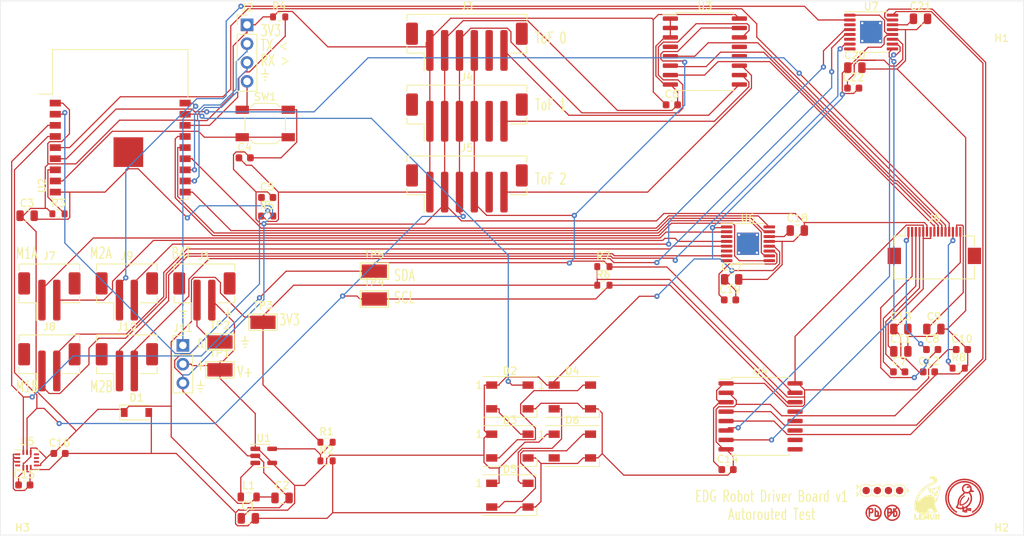
<source format=kicad_pcb>
(kicad_pcb (version 20211014) (generator pcbnew)
  (layers (0 "F.Cu" signal "Front") (31 "B.Cu" signal "Back") (34 "B.Paste" user) (35 "F.Paste" user) (36 "B.SilkS" user "B.Silkscreen") (37 "F.SilkS" user "F.Silkscreen") (38 "B.Mask" user) (39 "F.Mask" user) (44 "Edge.Cuts" user))
  (net 0 "")
  (net 1 "gnd")
  (net 2 "v3v3")
  (net 3 "vbatt")
  (net 4 "i2c_chain_0.sda")
  (net 5 "i2c_chain_0.scl")
  (net 6 "lcd.iref_res.a")
  (net 7 "mcu.gpio.ledArray")
  (net 8 "mcu.gpio.motor_bin1")
  (net 9 "mcu.gpio.motor_bin2")
  (net 10 "mcu.gpio.motor_ain2")
  (net 11 "mcu.gpio.motor_ain1")
  (net 12 "lcd.spi.mosi")
  (net 13 "lcd.spi.sck")
  (net 14 "motor_expander.io.motor_bin2")
  (net 15 "motor_expander.io.motor_ain1")
  (net 16 "motor_expander.io.motor_bin1")
  (net 17 "motor_expander.io.motor_ain2")
  (net 18 "expander.io.lcd_cs")
  (net 19 "expander.io.lcd_dc")
  (net 20 "expander.io.lcd_reset")
  (net 21 "m1_a.pins.1")
  (net 22 "m1_a.pins.2")
  (net 23 "m1_b.pins.2")
  (net 24 "m1_b.pins.1")
  (net 25 "m2_a.pins.1")
  (net 26 "m2_a.pins.2")
  (net 27 "m2_b.pins.2")
  (net 28 "m2_b.pins.1")
  (net 29 "imu.int1")
  (net 30 "imu.int2")
  (net 31 "ws2812bArray.dout")
  (net 32 "tof.gpio1.1")
  (net 33 "tof.gpio1.0")
  (net 34 "tof.gpio1.2")
  (net 35 "motor_driver1.ic.vcp")
  (net 36 "reg_3v3.power_path.switch")
  (net 37 "motor_driver2.ic.vint")
  (net 38 "motor_driver1.ic.vint")
  (net 39 "ws2812bArray.led[0].dout")
  (net 40 "reg_3v3.ic.fb")
  (net 41 "mcu.gpio.pwm")
  (net 42 "ws2812bArray.led[4].din")
  (net 43 "ws2812bArray.led[1].dout")
  (net 44 "mcu.ic.uart0.rx")
  (net 45 "mcu.ic.uart0.tx")
  (net 46 "motor_driver2.vcp_cap.pos")
  (net 47 "tof.xshut.2")
  (net 48 "lcd.device.c1n")
  (net 49 "mcu.io8_pull.b")
  (net 50 "mcu.ic.io2")
  (net 51 "mcu.ic.en")
  (net 52 "mcu.ic.io9")
  (net 53 "expander.io.tof_xshut_0")
  (net 54 "tof.xshut.1")
  (net 55 "ws2812bArray.led[3].din")
  (net 56 "lcd.c2_cap.pos")
  (net 57 "lcd.c2_cap.neg")
  (net 58 "lcd.device.c1p")
  (net 59 "lcd.device.vcomh")
  (net 60 "lcd.vcc_cap2.pwr")
  (footprint "RF_Module:ESP-WROOM-02" (layer "F.Cu") (at 74.1799 58.7678)
    (fp_text reference "U2")
    (fp_text value "C2934560")
  )
  (footprint "Inductor_SMD:L_0805_2012Metric" (layer "F.Cu") (at 91.5 105.87)
    (fp_text reference "L1")
    (fp_text value "C98331")
  )
  (footprint "edg:JlcToolingHole_1.152mm" (layer "F.Cu") (at 193 42)
    (fp_text reference "H1")
    (fp_text value "")
  )
  (footprint "Connector_JST:JST_PH_B2B-PH-SM4-TB_1x02-1MP_P2.00mm_Vertical" (layer "F.Cu") (at 75.0799 78.8278)
    (fp_text reference "J9")
    (fp_text value "C64658")
  )
  (footprint "Capacitor_SMD:C_0603_1608Metric" (layer "F.Cu") (at 66 100)
    (fp_text reference "C16")
    (fp_text value "C14663")
  )
  (footprint "TestPoint:TestPoint_Keystone_5015_Micro-Minature" (layer "F.Cu") (at 108.4399 75.4278)
    (fp_text reference "TP5")
    (fp_text value "C238130")
  )
  (footprint "LED_SMD:LED_WS2812B_PLCC4_5.0x5.0mm_P3.2mm" (layer "F.Cu") (at 126.7149 105.625)
    (fp_text reference "D5")
    (fp_text value "C2920042")
  )
  (footprint "Capacitor_SMD:C_0805_2012Metric" (layer "F.Cu") (at 183.8701 83.23)
    (fp_text reference "C9")
    (fp_text value "C1779")
  )
  (footprint "Connector_JST:JST_PH_B2B-PH-SM4-TB_1x02-1MP_P2.00mm_Vertical" (layer "F.Cu") (at 85.5299 78.8278)
    (fp_text reference "J1")
    (fp_text value "C64658")
  )
  (footprint "Connector_PinHeader_2.54mm:PinHeader_1x04_P2.54mm_Vertical" (layer "F.Cu") (at 91.2799 42.2178)
    (fp_text reference "J2")
    (fp_text value "")
  )
  (footprint "LED_SMD:LED_WS2812B_PLCC4_5.0x5.0mm_P3.2mm" (layer "F.Cu") (at 135.1349 99.005)
    (fp_text reference "D6")
    (fp_text value "C2920042")
  )
  (footprint "Capacitor_SMD:C_0603_1608Metric" (layer "F.Cu") (at 156.39 79.2978)
    (fp_text reference "C19")
    (fp_text value "C57112")
  )
  (footprint "Capacitor_SMD:C_0603_1608Metric" (layer "F.Cu") (at 173 50.7478)
    (fp_text reference "C22")
    (fp_text value "C57112")
  )
  (footprint "edg:Symbol_Duckling" (layer "F.Cu") (at 188 106)
    (fp_text reference "U9" hide)
    (fp_text value "" hide)
  )
  (footprint "Resistor_SMD:R_0603_1608Metric" (layer "F.Cu") (at 187.2201 88.5)
    (fp_text reference "R8")
    (fp_text value "C23203")
  )
  (footprint "Package_SO:SOIC-16W_7.5x10.3mm_P1.27mm" (layer "F.Cu") (at 153 45.8178)
    (fp_text reference "U3")
    (fp_text value "C86832")
  )
  (footprint "Connector_PinHeader_2.54mm:PinHeader_1x03_P2.54mm_Vertical" (layer "F.Cu") (at 82.6299 85.4278)
    (fp_text reference "J11")
    (fp_text value "")
  )
  (footprint "Resistor_SMD:R_0603_1608Metric" (layer "F.Cu") (at 102 98.49)
    (fp_text reference "R1")
    (fp_text value "C23231")
  )
  (footprint "edg:Indicator_IdDots_4" (layer "F.Cu") (at 177 105)
    (fp_text reference "2" hide)
    (fp_text value "")
  )
  (footprint "Connector_JST:JST_PH_B2B-PH-SM4-TB_1x02-1MP_P2.00mm_Vertical" (layer "F.Cu") (at 75.0799 88.3778)
    (fp_text reference "J10")
    (fp_text value "C64658")
  )
  (footprint "Capacitor_SMD:C_0805_2012Metric" (layer "F.Cu") (at 182.07 41.3978)
    (fp_text reference "C21")
    (fp_text value "C1779")
  )
  (footprint "Capacitor_SMD:C_0603_1608Metric" (layer "F.Cu") (at 183.6501 85.99)
    (fp_text reference "C8")
    (fp_text value "C14663")
  )
  (footprint "Diode_SMD:D_SOD-123" (layer "F.Cu") (at 76.3799 94.4778)
    (fp_text reference "D1")
    (fp_text value "C499796")
  )
  (footprint "Connector_FFC-FPC:Hirose_FH12-15S-0.5SH_1x15-1MP_P0.50mm_Horizontal" (layer "F.Cu") (at 183.94 71.9678)
    (fp_text reference "J6")
    (fp_text value "")
  )
  (footprint "edg:JlcToolingHole_1.152mm" (layer "F.Cu") (at 193 108)
    (fp_text reference "H2")
    (fp_text value "")
  )
  (footprint "Package_SO:TSSOP-16-1EP_4.4x5mm_P0.65mm_EP3x3mm_ThermalVias" (layer "F.Cu") (at 158.81 71.7378)
    (fp_text reference "U6")
    (fp_text value "C50506")
  )
  (footprint "TestPoint:TestPoint_Keystone_5015_Micro-Minature" (layer "F.Cu") (at 108.4399 79.1778)
    (fp_text reference "TP4")
    (fp_text value "C238130")
  )
  (footprint "Button_Switch_SMD:SW_SPST_SKQG_WithoutStem" (layer "F.Cu") (at 93.7299 55.5178)
    (fp_text reference "SW1")
    (fp_text value "C318884")
  )
  (footprint "Resistor_SMD:R_0603_1608Metric" (layer "F.Cu") (at 139.3199 77.3178)
    (fp_text reference "R6")
    (fp_text value "C23162")
  )
  (footprint "Package_SO:SOIC-16W_7.5x10.3mm_P1.27mm" (layer "F.Cu") (at 160.5099 95)
    (fp_text reference "U4")
    (fp_text value "C86832")
  )
  (footprint "Connector_JST:JST_PH_B2B-PH-SM4-TB_1x02-1MP_P2.00mm_Vertical" (layer "F.Cu") (at 64.6299 88.3778)
    (fp_text reference "J8")
    (fp_text value "C64658")
  )
  (footprint "Capacitor_SMD:C_0603_1608Metric" (layer "F.Cu") (at 61.25 104.25)
    (fp_text reference "C15")
    (fp_text value "C14663")
  )
  (footprint "Resistor_SMD:R_0603_1608Metric" (layer "F.Cu") (at 94 68)
    (fp_text reference "R5")
    (fp_text value "C25804")
  )
  (footprint "Capacitor_SMD:C_0603_1608Metric" (layer "F.Cu") (at 94 65.49)
    (fp_text reference "C5")
    (fp_text value "C15849")
  )
  (footprint "Resistor_SMD:R_0603_1608Metric" (layer "F.Cu") (at 139.3199 74.8078)
    (fp_text reference "R7")
    (fp_text value "C23162")
  )
  (footprint "Connector_JST:JST_PH_B6B-PH-SM4-TB_1x06-1MP_P2.00mm_Vertical" (layer "F.Cu") (at 120.9199 64.2678)
    (fp_text reference "J5")
    (fp_text value "C265088")
  )
  (footprint "Capacitor_SMD:C_0805_2012Metric" (layer "F.Cu") (at 61.6299 67.9478)
    (fp_text reference "C3")
    (fp_text value "C15850")
  )
  (footprint "TestPoint:TestPoint_Keystone_5015_Micro-Minature" (layer "F.Cu") (at 87.6299 84.9778)
    (fp_text reference "TP2")
    (fp_text value "C238130")
  )
  (footprint "Capacitor_SMD:C_0603_1608Metric" (layer "F.Cu") (at 187.6601 85.99)
    (fp_text reference "C10")
    (fp_text value "C14663")
  )
  (footprint "edg:Indicator_LeadFree" (layer "F.Cu") (at 177 108)
    (fp_text reference "1" hide)
    (fp_text value "" hide)
  )
  (footprint "Capacitor_SMD:C_0805_2012Metric" (layer "F.Cu") (at 165.46 69.9478)
    (fp_text reference "C18")
    (fp_text value "C1779")
  )
  (footprint "edg:Symbol_LemurSmall" (layer "F.Cu") (at 183 106)
    (fp_text reference "U8" hide)
    (fp_text value "" hide)
  )
  (footprint "Capacitor_SMD:C_0603_1608Metric" (layer "F.Cu") (at 148.55 52.9978)
    (fp_text reference "C6")
    (fp_text value "C14663")
  )
  (footprint "Capacitor_SMD:C_0805_2012Metric" (layer "F.Cu") (at 179.4201 86.24)
    (fp_text reference "C11")
    (fp_text value "C1779")
  )
  (footprint "Capacitor_SMD:C_0603_1608Metric" (layer "F.Cu") (at 179.2001 89)
    (fp_text reference "C7")
    (fp_text value "C14663")
  )
  (footprint "Capacitor_SMD:C_0603_1608Metric" (layer "F.Cu") (at 90.9599 60.1478)
    (fp_text reference "C4")
    (fp_text value "C14663")
  )
  (footprint "Capacitor_SMD:C_0805_2012Metric" (layer "F.Cu") (at 179.4201 83.23)
    (fp_text reference "C13")
    (fp_text value "C15850")
  )
  (footprint "Capacitor_SMD:C_0805_2012Metric" (layer "F.Cu") (at 156.61 76.5378)
    (fp_text reference "C17")
    (fp_text value "C15850")
  )
  (footprint "LED_SMD:LED_WS2812B_PLCC4_5.0x5.0mm_P3.2mm" (layer "F.Cu") (at 135.1349 92.385)
    (fp_text reference "D4")
    (fp_text value "C2920042")
  )
  (footprint "Resistor_SMD:R_0603_1608Metric" (layer "F.Cu") (at 102 101)
    (fp_text reference "R2")
    (fp_text value "C22809")
  )
  (footprint "TestPoint:TestPoint_Keystone_5015_Micro-Minature" (layer "F.Cu") (at 93.4299 82.3178)
    (fp_text reference "TP3")
    (fp_text value "C238130")
  )
  (footprint "Capacitor_SMD:C_0805_2012Metric" (layer "F.Cu") (at 173.22 47.9878)
    (fp_text reference "C20")
    (fp_text value "C15850")
  )
  (footprint "Capacitor_SMD:C_0603_1608Metric" (layer "F.Cu") (at 156.0599 102.18)
    (fp_text reference "C14")
    (fp_text value "C14663")
  )
  (footprint "edg:JlcToolingHole_1.152mm" (layer "F.Cu") (at 61 108)
    (fp_text reference "H3")
    (fp_text value "")
  )
  (footprint "Package_SO:TSSOP-16-1EP_4.4x5mm_P0.65mm_EP3x3mm_ThermalVias" (layer "F.Cu") (at 175.42 43.1878)
    (fp_text reference "U7")
    (fp_text value "C50506")
  )
  (footprint "Capacitor_SMD:C_0603_1608Metric" (layer "F.Cu") (at 183.2101 89)
    (fp_text reference "C12")
    (fp_text value "C14663")
  )
  (footprint "LED_SMD:LED_WS2812B_PLCC4_5.0x5.0mm_P3.2mm" (layer "F.Cu") (at 126.7149 92.385)
    (fp_text reference "D2")
    (fp_text value "C2920042")
  )
  (footprint "TestPoint:TestPoint_Keystone_5015_Micro-Minature" (layer "F.Cu") (at 87.6299 88.7278)
    (fp_text reference "TP1")
    (fp_text value "C238130")
  )
  (footprint "Capacitor_SMD:C_0805_2012Metric" (layer "F.Cu") (at 96 106)
    (fp_text reference "C2")
    (fp_text value "C1779")
  )
  (footprint "Connector_JST:JST_PH_B6B-PH-SM4-TB_1x06-1MP_P2.00mm_Vertical" (layer "F.Cu") (at 120.9199 54.7178)
    (fp_text reference "J4")
    (fp_text value "C265088")
  )
  (footprint "Package_LGA:Bosch_LGA-14_3x2.5mm_P0.5mm" (layer "F.Cu") (at 61.62 100.87)
    (fp_text reference "U5")
    (fp_text value "C967633")
  )
  (footprint "Resistor_SMD:R_0603_1608Metric" (layer "F.Cu") (at 65.8599 67.6978)
    (fp_text reference "R3")
    (fp_text value "C25804")
  )
  (footprint "Connector_JST:JST_PH_B2B-PH-SM4-TB_1x02-1MP_P2.00mm_Vertical" (layer "F.Cu") (at 64.6299 78.8278)
    (fp_text reference "J7")
    (fp_text value "C64658")
  )
  (footprint "Package_TO_SOT_SMD:SOT-23-5" (layer "F.Cu") (at 93.5299 100.3278)
    (fp_text reference "U1")
    (fp_text value "C500769")
  )
  (footprint "Capacitor_SMD:C_0805_2012Metric" (layer "F.Cu") (at 91.45 108.75)
    (fp_text reference "C1")
    (fp_text value "C1779")
  )
  (footprint "Resistor_SMD:R_0603_1608Metric" (layer "F.Cu") (at 95.6099 41.1478)
    (fp_text reference "R4")
    (fp_text value "C25804")
  )
  (footprint "LED_SMD:LED_WS2812B_PLCC4_5.0x5.0mm_P3.2mm" (layer "F.Cu") (at 126.7149 99.005)
    (fp_text reference "D3")
    (fp_text value "C2920042")
  )
  (footprint "Connector_JST:JST_PH_B6B-PH-SM4-TB_1x06-1MP_P2.00mm_Vertical" (layer "F.Cu") (at 120.9199 45.1678)
    (fp_text reference "J3")
    (fp_text value "C265088")
  )
  (gr_line (start 196 111) (end 58 111) (layer "Edge.Cuts") (width 0.05))
  (gr_line (start 58 111) (end 58 39) (layer "Edge.Cuts") (width 0.05))
  (gr_line (start 196 39) (end 196 111) (layer "Edge.Cuts") (width 0.05))
  (gr_line (start 58 39) (end 196 39) (layer "Edge.Cuts") (width 0.05))
  (gr_text "SDA" (at 111 76) (layer "F.SilkS") (effects (font (size 1.5 1)) (justify left)))
  (gr_text "⎍" (at 85 85) (layer "F.SilkS") (effects (font (size 1.5 1))))
  (gr_text "SCL" (at 111 79) (layer "F.SilkS") (effects (font (size 1.5 1)) (justify left)))
  (gr_text "M2A" (at 70 73) (layer "F.SilkS") (effects (font (size 1.5 1)) (justify left)))
  (gr_text "ToF 1" (at 130 53) (layer "F.SilkS") (effects (font (size 1.5 1)) (justify left)))
  (gr_text "⏚" (at 82 81) (layer "F.SilkS") (effects (font (size 1.5 1)) (justify left)))
  (gr_text "⏚" (at 91 85) (layer "F.SilkS") (effects (font (size 1.5 1))))
  (gr_text "+" (at 88 81) (layer "F.SilkS") (effects (font (size 1.5 1)) (justify left)))
  (gr_text "EDG Robot Driver Board v1\nAutorouted Test" (at 162 107) (layer "F.SilkS") (effects (font (size 1.5 1))))
  (gr_text "+" (at 85 88) (layer "F.SilkS") (effects (font (size 1.5 1))))
  (gr_text "TX <" (at 93 45) (layer "F.SilkS") (effects (font (size 1.5 1)) (justify left)))
  (gr_text "3V3" (at 93 43) (layer "F.SilkS") (effects (font (size 1.5 1)) (justify left)))
  (gr_text "BAT" (at 81 73) (layer "F.SilkS") (effects (font (size 1.5 1)) (justify left)))
  (gr_text "M2B" (at 70 91) (layer "F.SilkS") (effects (font (size 1.5 1)) (justify left)))
  (gr_text "M1B" (at 60 91) (layer "F.SilkS") (effects (font (size 1.5 1)) (justify left)))
  (gr_text "V+\n" (at 91 89) (layer "F.SilkS") (effects (font (size 1.5 1))))
  (gr_text "⏚" (at 93 49) (layer "F.SilkS") (effects (font (size 1.5 1)) (justify left)))
  (gr_text "3V3" (at 97 82) (layer "F.SilkS") (effects (font (size 1.5 1))))
  (gr_text "RX >" (at 93 47) (layer "F.SilkS") (effects (font (size 1.5 1)) (justify left)))
  (gr_text "ToF 0" (at 130 44) (layer "F.SilkS") (effects (font (size 1.5 1)) (justify left)))
  (gr_text "M1A" (at 60 73) (layer "F.SilkS") (effects (font (size 1.5 1)) (justify left)))
  (gr_text "⏚" (at 85 91) (layer "F.SilkS") (effects (font (size 1.5 1))))
  (gr_text "ToF 2" (at 130 63) (layer "F.SilkS") (effects (font (size 1.5 1)) (justify left)))
  (segment (start 180.0484 42.8628) (end 181.555 42.8628) (width 0.16) (layer "F.Cu") (net 1))
  (segment (start 78.3775 100) (end 66.775 100) (width 0.16) (layer "F.Cu") (net 1))
  (segment (start 188.4351 85.99) (end 185.6751 83.23) (width 0.16) (layer "F.Cu") (net 1))
  (segment (start 93.6005 69.0829) (end 93.5531 69.0355) (width 0.16) (layer "F.Cu") (net 1))
  (segment (start 67.3797 64.7678) (end 65.4299 64.7678) (width 0.16) (layer "F.Cu") (net 1))
  (segment (start 188.1603 57.4085) (end 188.1603 80.7448) (width 0.16) (layer "F.Cu") (net 1))
  (segment (start 91.4029 109.7471) (end 89.994 109.7471) (width 0.16) (layer "F.Cu") (net 1))
  (segment (start 182.5896 68.8723) (end 182.94 69.2227) (width 0.16) (layer "F.Cu") (net 1))
  (segment (start 135.8447 101.3501) (end 130.9051 101.3501) (width 0.16) (layer "F.Cu") (net 1))
  (segment (start 137.5849 93.985) (end 136.5898 93.985) (width 0.16) (layer "F.Cu") (net 1))
  (segment (start 89.454 59.7076) (end 89.808 59.3536) (width 0.16) (layer "F.Cu") (net 1))
  (segment (start 163.3544 94.917) (end 178.6269 94.917) (width 0.16) (layer "F.Cu") (net 1))
  (segment (start 91.0931 107.6467) (end 91.4182 107.3216) (width 0.16) (layer "F.Cu") (net 1))
  (segment (start 138.58 100.605) (end 139.16 100.025) (width 0.16) (layer "F.Cu") (net 1))
  (segment (start 92.4 108.75) (end 102.0625 108.75) (width 0.16) (layer "F.Cu") (net 1))
  (segment (start 97.4025 53.6678) (end 96.8299 53.6678) (width 0.16) (layer "F.Cu") (net 1))
  (segment (start 130.9051 101.3501) (end 130.9051 106.4799) (width 0.16) (layer "F.Cu") (net 1))
  (segment (start 94.0281 64.7431) (end 94.775 65.49) (width 0.16) (layer "F.Cu") (net 1))
  (segment (start 84.5299 82.8503) (end 84.5299 79.3278) (width 0.16) (layer "F.Cu") (net 1))
  (segment (start 129.1649 93.985) (end 130.16 93.985) (width 0.16) (layer "F.Cu") (net 1))
  (segment (start 161.8214 93.384) (end 163.3544 94.917) (width 0.16) (layer "F.Cu") (net 1))
  (segment (start 91.4182 107.3216) (end 95.6284 107.3216) (width 0.16) (layer "F.Cu") (net 1))
  (segment (start 61.62 101.8825) (end 61.62 102.4651) (width 0.16) (layer "F.Cu") (net 1))
  (segment (start 178.9251 48.1733) (end 174.3555 48.1733) (width 0.16) (layer "F.Cu") (net 1))
  (segment (start 78.0299 94.4778) (end 78.3775 94.4778) (width 0.16) (layer "F.Cu") (net 1))
  (segment (start 67.1513 68.4223) (end 63.0544 68.4223) (width 0.16) (layer "F.Cu") (net 1))
  (segment (start 62.025 102.5885) (end 61.9016 102.4651) (width 0.16) (layer "F.Cu") (net 1))
  (segment (start 90.1782 107.5514) (end 90.2734 107.6467) (width 0.16) (layer "F.Cu") (net 1))
  (segment (start 62.025 104.25) (end 61.2833 104.9917) (width 0.16) (layer "F.Cu") (net 1))
  (segment (start 182.94 70.1178) (end 182.94 69.2227) (width 0.16) (layer "F.Cu") (net 1))
  (segment (start 102.825 107.9875) (end 102.825 101) (width 0.16) (layer "F.Cu") (net 1))
  (segment (start 137.5849 100.605) (end 136.5898 100.605) (width 0.16) (layer "F.Cu") (net 1))
  (segment (start 91.2799 53.6678) (end 91.2799 50.9329) (width 0.16) (layer "F.Cu") (net 1))
  (segment (start 59.9776 100.62) (end 59.7749 100.4173) (width 0.16) (layer "F.Cu") (net 1))
  (segment (start 185.6751 83.23) (end 184.8201 83.23) (width 0.16) (layer "F.Cu") (net 1))
  (segment (start 91.2799 53.6678) (end 90.6299 53.6678) (width 0.16) (layer "F.Cu") (net 1))
  (segment (start 139.16 100.025) (end 139.16 94.565) (width 0.16) (layer "F.Cu") (net 1))
  (segment (start 76.6012 61.6229) (end 75.2799 61.6229) (width 0.16) (layer "F.Cu") (net 1))
  (segment (start 89.7312 109.4843) (end 89.7312 107.9984) (width 0.16) (layer "F.Cu") (net 1))
  (segment (start 128.1698 107.225) (end 127.4073 107.9875) (width 0.16) (layer "F.Cu") (net 1))
  (segment (start 155.5229 99.4449) (end 155.8599 99.4449) (width 0.16) (layer "F.Cu") (net 1))
  (segment (start 148.35 50.2627) (end 148.35 50.2628) (width 0.16) (layer "F.Cu") (net 1))
  (segment (start 138.0825 100.605) (end 138.58 100.605) (width 0.16) (layer "F.Cu") (net 1))
  (segment (start 129.1649 107.225) (end 130.16 107.225) (width 0.16) (layer "F.Cu") (net 1))
  (segment (start 183.8222 84.2279) (end 180.3701 84.2279) (width 0.16) (layer "F.Cu") (net 1))
  (segment (start 137.8337 100.605) (end 138.0825 100.605) (width 0.16) (layer "F.Cu") (net 1))
  (segment (start 164.945 71.4128) (end 166.41 69.9478) (width 0.16) (layer "F.Cu") (net 1))
  (segment (start 59.9776 100.62) (end 59.7749 100.62) (width 0.16) (layer "F.Cu") (net 1))
  (segment (start 64.6012 102.1738) (end 62.12 102.1738) (width 0.16) (layer "F.Cu") (net 1))
  (segment (start 188.0451 88.5) (end 188.4351 88.11) (width 0.16) (layer "F.Cu") (net 1))
  (segment (start 66.775 100) (end 64.6012 102.1738) (width 0.16) (layer "F.Cu") (net 1))
  (segment (start 117.9199 66.391) (end 115.228 69.0829) (width 0.16) (layer "F.Cu") (net 1))
  (segment (start 81.5348 87.4441) (end 81.5348 88.4311) (width 0.16) (layer "F.Cu") (net 1))
  (segment (start 157.2415 93.384) (end 161.8214 93.384) (width 0.16) (layer "F.Cu") (net 1))
  (segment (start 141.2246 53.758) (end 129.1221 41.6555) (width 0.16) (layer "F.Cu") (net 1))
  (segment (start 146.401 49.1123) (end 147.5514 50.2627) (width 0.16) (layer "F.Cu") (net 1))
  (segment (start 149.325 52.9978) (end 148.5648 53.758) (width 0.16) (layer "F.Cu") (net 1))
  (segment (start 147.4766 67.65) (end 165.1877 67.65) (width 0.16) (layer "F.Cu") (net 1))
  (segment (start 95.8572 60.1478) (end 91.7349 60.1478) (width 0.16) (layer "F.Cu") (net 1))
  (segment (start 146.4769 68.6497) (end 147.4766 67.65) (width 0.16) (layer "F.Cu") (net 1))
  (segment (start 60.3575 100.12) (end 59.7749 100.12) (width 0.16) (layer "F.Cu") (net 1))
  (segment (start 61.2833 104.9917) (end 60.0388 104.9917) (width 0.16) (layer "F.Cu") (net 1))
  (segment (start 157.2415 93.384) (end 156.9244 93.7011) (width 0.16) (layer "F.Cu") (net 1))
  (segment (start 96.8299 53.6678) (end 91.2799 53.6678) (width 0.16) (layer "F.Cu") (net 1))
  (segment (start 178.9251 48.1733) (end 188.1603 57.4085) (width 0.16) (layer "F.Cu") (net 1))
  (segment (start 130.9051 106.4799) (end 130.16 107.225) (width 0.16) (layer "F.Cu") (net 1))
  (segment (start 129.1649 100.605) (end 130.16 100.605) (width 0.16) (layer "F.Cu") (net 1))
  (segment (start 163.4134 71.4128) (end 164.945 71.4128) (width 0.16) (layer "F.Cu") (net 1))
  (segment (start 91.2799 49.8378) (end 91.2799 50.9329) (width 0.16) (layer "F.Cu") (net 1))
  (segment (start 156.8349 100.42) (end 155.8599 99.445) (width 0.16) (layer "F.Cu") (net 1))
  (segment (start 154.5124 94.0702) (end 154.5124 98.4344) (width 0.16) (layer "F.Cu") (net 1))
  (segment (start 82.6299 90.5078) (end 82.6299 89.4127) (width 0.16) (layer "F.Cu") (net 1))
  (segment (start 139.16 100.025) (end 142.0589 102.9239) (width 0.16) (layer "F.Cu") (net 1))
  (segment (start 178.295 42.8628) (end 180.0484 42.8628) (width 0.16) (layer "F.Cu") (net 1))
  (segment (start 117.9199 64.7678) (end 117.9199 66.391) (width 0.16) (layer "F.Cu") (net 1))
  (segment (start 117.9199 66.391) (end 120.1786 68.6497) (width 0.16) (layer "F.Cu") (net 1))
  (segment (start 147.5728 43.9128) (end 146.401 45.0846) (width 0.16) (layer "F.Cu") (net 1))
  (segment (start 156.091 102.9239) (end 156.8349 102.18) (width 0.16) (layer "F.Cu") (net 1))
  (segment (start 63.0544 68.4223) (end 62.5799 67.9478) (width 0.16) (layer "F.Cu") (net 1))
  (segment (start 83.5569 86.5827) (end 82.3962 86.5827) (width 0.16) (layer "F.Cu") (net 1))
  (segment (start 183.9851 89) (end 184.2645 89.2794) (width 0.16) (layer "F.Cu") (net 1))
  (segment (start 163.4134 74.5549) (end 163.4134 71.4128) (width 0.16) (layer "F.Cu") (net 1))
  (segment (start 92.4915 64.7431) (end 94.0281 64.7431) (width 0.16) (layer "F.Cu") (net 1))
  (segment (start 154.5124 98.4344) (end 155.5229 99.4449) (width 0.16) (layer "F.Cu") (net 1))
  (segment (start 166.41 68.8723) (end 166.41 69.9478) (width 0.16) (layer "F.Cu") (net 1))
  (segment (start 96.95 106) (end 93.5299 102.5799) (width 0.16) (layer "F.Cu") (net 1))
  (segment (start 67.3797 64.7678) (end 67.3797 68.1939) (width 0.16) (layer "F.Cu") (net 1))
  (segment (start 102.0625 108.75) (end 102.825 107.9875) (width 0.16) (layer "F.Cu") (net 1))
  (segment (start 184.8201 83.23) (end 183.8222 84.2279) (width 0.16) (layer "F.Cu") (net 1))
  (segment (start 93.5299 101.1902) (end 92.6675 100.3278) (width 0.16) (layer "F.Cu") (net 1))
  (segment (start 156.9244 93.7011) (end 154.8815 93.7011) (width 0.16) (layer "F.Cu") (net 1))
  (segment (start 157.2415 92.8369) (end 157.2415 93.384) (width 0.16) (layer "F.Cu") (net 1))
  (segment (start 166.41 68.8723) (end 182.5896 68.8723) (width 0.16) (layer "F.Cu") (net 1))
  (segment (start 93.1007 69.0355) (end 92.4915 68.4263) (width 0.16) (layer "F.Cu") (net 1))
  (segment (start 120.4149 41.6555) (end 117.9199 44.1505) (width 0.16) (layer "F.Cu") (net 1))
  (segment (start 180.3701 83.23) (end 180.3701 84.2279) (width 0.16) (layer "F.Cu") (net 1))
  (segment (start 89.994 109.7471) (end 89.7312 109.4843) (width 0.16) (layer "F.Cu") (net 1))
  (segment (start 157.56 76.5378) (end 161.4305 76.5378) (width 0.16) (layer "F.Cu") (net 1))
  (segment (start 137.8337 100.605) (end 137.5849 100.605) (width 0.16) (layer "F.Cu") (net 1))
  (segment (start 95.6284 107.3216) (end 96.95 106) (width 0.16) (layer "F.Cu") (net 1))
  (segment (start 181.555 42.8628) (end 183.02 41.3978) (width 0.16) (layer "F.Cu") (net 1))
  (segment (start 82.3962 86.5827) (end 81.5348 87.4441) (width 0.16) (layer "F.Cu") (net 1))
  (segment (start 139.16 94.565) (end 138.58 93.985) (width 0.16) (layer "F.Cu") (net 1))
  (segment (start 86.6574 84.9778) (end 85.9096 84.23) (width 0.16) (layer "F.Cu") (net 1))
  (segment (start 180.0484 42.8628) (end 180.0484 47.05) (width 0.16) (layer "F.Cu") (net 1))
  (segment (start 92.3924 100.3278) (end 91.3548 100.3278) (width 0.16) (layer "F.Cu") (net 1))
  (segment (start 59.9776 101.12) (end 59.7749 101.12) (width 0.16) (layer "F.Cu") (net 1))
  (segment (start 178.6269 94.917) (end 184.2645 89.2794) (width 0.16) (layer "F.Cu") (net 1))
  (segment (start 60.3575 101.12) (end 60.0662 101.12) (width 0.16) (layer "F.Cu") (net 1))
  (segment (start 130.9051 101.3501) (end 130.16 100.605) (width 0.16) (layer "F.Cu") (net 1))
  (segment (start 187.2657 89.2794) (end 188.0451 88.5) (width 0.16) (layer "F.Cu") (net 1))
  (segment (start 59.9776 101.12) (end 59.7749 100.9173) (width 0.16) (layer "F.Cu") (net 1))
  (segment (start 60.0388 104.9917) (end 59.7749 104.7278) (width 0.16) (layer "F.Cu") (net 1))
  (segment (start 97.975 58.03) (end 95.8572 60.1478) (width 0.16) (layer "F.Cu") (net 1))
  (segment (start 156.8349 102.18) (end 156.8349 100.42) (width 0.16) (layer "F.Cu") (net 1))
  (segment (start 180.0484 47.05) (end 178.9251 48.1733) (width 0.16) (layer "F.Cu") (net 1))
  (segment (start 62.12 102.1738) (end 62.12 102.2467) (width 0.16) (layer "F.Cu") (net 1))
  (segment (start 78.3775 100) (end 81.7328 100) (width 0.16) (layer "F.Cu") (net 1))
  (segment (start 165.1877 67.65) (end 166.41 68.8723) (width 0.16) (layer "F.Cu") (net 1))
  (segment (start 117.9199 44.1505) (end 117.9199 45.6678) (width 0.16) (layer "F.Cu") (net 1))
  (segment (start 149.325 51.2378) (end 148.35 50.2628) (width 0.16) (layer "F.Cu") (net 1))
  (segment (start 89.808 59.3536) (end 90.9407 59.3536) (width 0.16) (layer "F.Cu") (net 1))
  (segment (start 83.2272 68.2489) (end 76.6012 61.6229) (width 0.16) (layer "F.Cu") (net 1))
  (segment (start 62.12 101.8825) (end 62.12 102.1738) (width 0.16) (layer "F.Cu") (net 1))
  (segment (start 130.9051 93.2399) (end 135.8447 93.2399) (width 0.16) (layer "F.Cu") (net 1))
  (segment (start 59.7749 100.4173) (end 59.7749 100.12) (width 0.16) (layer "F.Cu") (net 1))
  (segment (start 135.8447 93.2399) (end 136.5898 93.985) (width 0.16) (layer "F.Cu") (net 1))
  (segment (start 188.1603 80.7448) (end 185.6751 83.23) (width 0.16) (layer "F.Cu") (net 1))
  (segment (start 148.5648 53.758) (end 141.2246 53.758) (width 0.16) (layer "F.Cu") (net 1))
  (segment (start 161.4305 76.5378) (end 163.4134 74.5549) (width 0.16) (layer "F.Cu") (net 1))
  (segment (start 180.3701 84.2279) (end 180.3701 86.24) (width 0.16) (layer "F.Cu") (net 1))
  (segment (start 155.8599 99.4449) (end 155.8599 99.445) (width 0.16) (layer "F.Cu") (net 1))
  (segment (start 61.9016 102.4651) (end 61.62 102.4651) (width 0.16) (layer "F.Cu") (net 1))
  (segment (start 60.3575 100.62) (end 60.0662 100.62) (width 0.16) (layer "F.Cu") (net 1))
  (segment (start 60.0662 100.62) (end 59.9776 100.62) (width 0.16) (layer "F.Cu") (net 1))
  (segment (start 82.5164 89.4127) (end 82.6299 89.4127) (width 0.16) (layer "F.Cu") (net 1))
  (segment (start 82.6299 90.5078) (end 82.6299 91.6029) (width 0.16) (layer "F.Cu") (net 1))
  (segment (start 136.5898 100.605) (end 135.8447 101.3501) (width 0.16) (layer "F.Cu") (net 1))
  (segment (start 92.4 108.75) (end 91.4029 109.7471) (width 0.16) (layer "F.Cu") (net 1))
  (segment (start 129.1221 41.6555) (end 120.4149 41.6555) (width 0.16) (layer "F.Cu") (net 1))
  (segment (start 174.3555 48.1733) (end 174.17 47.9878) (width 0.16) (layer "F.Cu") (net 1))
  (segment (start 127.4073 107.9875) (end 102.825 107.9875) (width 0.16) (layer "F.Cu") (net 1))
  (segment (start 78.3775 94.4778) (end 78.3775 100) (width 0.16) (layer "F.Cu") (net 1))
  (segment (start 90.9407 59.3536) (end 91.7349 60.1478) (width 0.16) (layer "F.Cu") (net 1))
  (segment (start 89.454 61.7056) (end 89.454 59.7076) (width 0.16) (layer "F.Cu") (net 1))
  (segment (start 92.4915 64.7431) (end 89.454 61.7056) (width 0.16) (layer "F.Cu") (net 1))
  (segment (start 59.7749 104.7278) (end 59.7749 101.12) (width 0.16) (layer "F.Cu") (net 1))
  (segment (start 115.228 69.0829) (end 93.6005 69.0829) (width 0.16) (layer "F.Cu") (net 1))
  (segment (start 148.35 43.9128) (end 147.5728 43.9128) (width 0.16) (layer "F.Cu") (net 1))
  (segment (start 85.9096 84.23) (end 84.5299 82.8503) (width 0.16) (layer "F.Cu") (net 1))
  (segment (start 148.35 43.9128) (end 148.35 42.6428) (width 0.16) (layer "F.Cu") (net 1))
  (segment (start 90.2734 107.6467) (end 91.0931 107.6467) (width 0.16) (layer "F.Cu") (net 1))
  (segment (start 87.6299 84.9778) (end 86.6574 84.9778) (width 0.16) (layer "F.Cu") (net 1))
  (segment (start 147.5514 50.2627) (end 148.35 50.2627) (width 0.16) (layer "F.Cu") (net 1))
  (segment (start 92.6675 100.3278) (end 92.3924 100.3278) (width 0.16) (layer "F.Cu") (net 1))
  (segment (start 75.2799 59.3778) (end 75.2799 61.6229) (width 0.16) (layer "F.Cu") (net 1))
  (segment (start 120.1786 68.6497) (end 146.4769 68.6497) (width 0.16) (layer "F.Cu") (net 1))
  (segment (start 149.325 52.9978) (end 149.325 51.2378) (width 0.16) (layer "F.Cu") (net 1))
  (segment (start 93.5531 69.0355) (end 93.1007 69.0355) (width 0.16) (layer "F.Cu") (net 1))
  (segment (start 60.0662 101.12) (end 59.9776 101.12) (width 0.16) (layer "F.Cu") (net 1))
  (segment (start 156.2296 91.825) (end 157.2415 92.8369) (width 0.16) (layer "F.Cu") (net 1))
  (segment (start 97.4025 53.6678) (end 97.975 53.6678) (width 0.16) (layer "F.Cu") (net 1))
  (segment (start 97.975 53.6678) (end 97.975 58.03) (width 0.16) (layer "F.Cu") (net 1))
  (segment (start 81.5348 88.4311) (end 82.5164 89.4127) (width 0.16) (layer "F.Cu") (net 1))
  (segment (start 81.7328 100) (end 89.7312 107.9984) (width 0.16) (layer "F.Cu") (net 1))
  (segment (start 92.4915 68.4263) (end 92.4915 64.7431) (width 0.16) (layer "F.Cu") (net 1))
  (segment (start 142.0589 102.9239) (end 156.091 102.9239) (width 0.16) (layer "F.Cu") (net 1))
  (segment (start 59.7749 100.9173) (end 59.7749 100.62) (width 0.16) (layer "F.Cu") (net 1))
  (segment (start 117.9199 64.7678) (end 117.9199 55.2178) (width 0.16) (layer "F.Cu") (net 1))
  (segment (start 93.5299 102.5799) (end 93.5299 101.1902) (width 0.16) (layer "F.Cu") (net 1))
  (segment (start 130.16 93.985) (end 130.9051 93.2399) (width 0.16) (layer "F.Cu") (net 1))
  (segment (start 67.3797 68.1939) (end 67.1513 68.4223) (width 0.16) (layer "F.Cu") (net 1))
  (segment (start 75.2799 61.6229) (end 72.135 64.7678) (width 0.16) (layer "F.Cu") (net 1))
  (segment (start 85.9096 84.23) (end 83.5569 86.5827) (width 0.16) (layer "F.Cu") (net 1))
  (segment (start 72.135 64.7678) (end 67.3797 64.7678) (width 0.16) (layer "F.Cu") (net 1))
  (segment (start 91.3548 100.3278) (end 82.6299 91.6029) (width 0.16) (layer "F.Cu") (net 1))
  (segment (start 161.685 71.4128) (end 163.4134 71.4128) (width 0.16) (layer "F.Cu") (net 1))
  (segment (start 188.4351 88.11) (end 188.4351 85.99) (width 0.16) (layer "F.Cu") (net 1))
  (segment (start 148.35 42.6428) (end 148.35 41.3728) (width 0.16) (layer "F.Cu") (net 1))
  (segment (start 89.7312 107.9984) (end 90.1782 107.5514) (width 0.16) (layer "F.Cu") (net 1))
  (segment (start 155.8599 91.825) (end 156.2296 91.825) (width 0.16) (layer "F.Cu") (net 1))
  (segment (start 62.025 104.25) (end 62.025 102.5885) (width 0.16) (layer "F.Cu") (net 1))
  (segment (start 137.5849 93.985) (end 138.58 93.985) (width 0.16) (layer "F.Cu") (net 1))
  (segment (start 117.9199 55.2178) (end 117.9199 45.6678) (width 0.16) (layer "F.Cu") (net 1))
  (segment (start 146.401 45.0846) (end 146.401 49.1123) (width 0.16) (layer "F.Cu") (net 1))
  (segment (start 129.1649 107.225) (end 128.1698 107.225) (width 0.16) (layer "F.Cu") (net 1))
  (segment (start 154.8815 93.7011) (end 154.5124 94.0702) (width 0.16) (layer "F.Cu") (net 1))
  (segment (start 62.12 102.2467) (end 61.9016 102.4651) (width 0.16) (layer "F.Cu") (net 1))
  (segment (start 184.2645 89.2794) (end 187.2657 89.2794) (width 0.16) (layer "F.Cu") (net 1))
  (via (at 83.2272 68.2489) (size 0.7) (drill 0.3) (layers "F.Cu" "B.Cu") (net 1))
  (via (at 93.5531 69.0355) (size 0.7) (drill 0.3) (layers "F.Cu" "B.Cu") (net 1))
  (segment (start 82.6299 90.5078) (end 82.6299 89.4127) (width 0.16) (layer "B.Cu") (net 1))
  (segment (start 84.8683 66.6078) (end 83.2272 68.2489) (width 0.16) (layer "B.Cu") (net 1))
  (segment (start 93.5531 69.0355) (end 94.7105 67.8781) (width 0.16) (layer "B.Cu") (net 1))
  (segment (start 83.4043 89.4127) (end 82.6299 89.4127) (width 0.16) (layer "B.Cu") (net 1))
  (segment (start 93.5531 79.2639) (end 83.4043 89.4127) (width 0.16) (layer "B.Cu") (net 1))
  (segment (start 93.5531 69.0355) (end 93.5531 79.2639) (width 0.16) (layer "B.Cu") (net 1))
  (segment (start 94.7105 67.8781) (end 94.7105 67.004) (width 0.16) (layer "B.Cu") (net 1))
  (segment (start 94.7105 67.004) (end 94.3143 66.6078) (width 0.16) (layer "B.Cu") (net 1))
  (segment (start 94.3143 66.6078) (end 84.8683 66.6078) (width 0.16) (layer "B.Cu") (net 1))
  (segment (start 90.0239 106.728) (end 91.7045 106.728) (width 0.16) (layer "F.Cu") (net 2))
  (segment (start 85.8757 55.1243) (end 84.3914 55.1243) (width 0.16) (layer "F.Cu") (net 2))
  (segment (start 84.1356 76.2648) (end 83.7837 76.6167) (width 0.16) (layer "F.Cu") (net 2))
  (segment (start 93.4299 81.7452) (end 93.4299 81.602) (width 0.16) (layer "F.Cu") (net 2))
  (segment (start 62.12 100.4401) (end 61.2602 101.2999) (width 0.16) (layer "F.Cu") (net 2))
  (segment (start 81.0555 93.6326) (end 81.0555 97.7596) (width 0.16) (layer "F.Cu") (net 2))
  (segment (start 65.225 100) (end 64.8637 100) (width 0.16) (layer "F.Cu") (net 2))
  (segment (start 60.8917 68.1595) (end 62.0833 66.9679) (width 0.16) (layer "F.Cu") (net 2))
  (segment (start 74.7299 94.0552) (end 71.1698 94.0552) (width 0.16) (layer "F.Cu") (net 2))
  (segment (start 155.2849 102.18) (end 154.1759 101.071) (width 0.16) (layer "F.Cu") (net 2))
  (segment (start 154.1759 93.8832) (end 154.9641 93.095) (width 0.16) (layer "F.Cu") (net 2))
  (segment (start 66.2886 57.963) (end 64.6773 57.963) (width 0.16) (layer "F.Cu") (net 2))
  (segment (start 146.0464 41.5209) (end 146.0464 51.2692) (width 0.16) (layer "F.Cu") (net 2))
  (segment (start 138.4949 77.3178) (end 138.4949 76.5409) (width 0.16) (layer "F.Cu") (net 2))
  (segment (start 138.4949 76.5409) (end 138.4949 74.8078) (width 0.16) (layer "F.Cu") (net 2))
  (segment (start 95.5104 68.4529) (end 95.5104 64.7691) (width 0.16) (layer "F.Cu") (net 2))
  (segment (start 61.12 101.8825) (end 61.12 102.4651) (width 0.16) (layer "F.Cu") (net 2))
  (segment (start 64.0788 61.3956) (end 64.0788 66.9679) (width 0.16) (layer "F.Cu") (net 2))
  (segment (start 64.6773 57.963) (end 64.4183 58.222) (width 0.16) (layer "F.Cu") (net 2))
  (segment (start 93.175 68) (end 93.3592 68) (width 0.16) (layer "F.Cu") (net 2))
  (segment (start 89.4086 45.0473) (end 89.4086 51.5914) (width 0.16) (layer "F.Cu") (net 2))
  (segment (start 102.165 45.1881) (end 97.3879 40.411) (width 0.16) (layer "F.Cu") (net 2))
  (segment (start 90.9287 81.602) (end 87.695 78.3683) (width 0.16) (layer "F.Cu") (net 2))
  (segment (start 145.8559 41.3304) (end 118.7338 41.3304) (width 0.16) (layer "F.Cu") (net 2))
  (segment (start 74.7299 94.4778) (end 74.7299 94.2665) (width 0.16) (layer "F.Cu") (net 2))
  (segment (start 161.0352 90.555) (end 155.8599 90.555) (width 0.16) (layer "F.Cu") (net 2))
  (segment (start 146.0464 51.2692) (end 147.775 52.9978) (width 0.16) (layer "F.Cu") (net 2))
  (segment (start 94.92 105.87) (end 95.05 106) (width 0.16) (layer "F.Cu") (net 2))
  (segment (start 177.7161 82.5358) (end 177.7161 85.486) (width 0.16) (layer "F.Cu") (net 2))
  (segment (start 186.8851 85.99) (end 185.7764 85.99) (width 0.16) (layer "F.Cu") (net 2))
  (segment (start 61.12 101.8825) (end 61.12 101.2999) (width 0.16) (layer "F.Cu") (net 2))
  (segment (start 165.1599 90.555) (end 165.1599 84.219) (width 0.16) (layer "F.Cu") (net 2))
  (segment (start 64.8637 100) (end 64.2393 100.6244) (width 0.16) (layer "F.Cu") (net 2))
  (segment (start 62.8825 101.62) (end 63.4651 101.62) (width 0.16) (layer "F.Cu") (net 2))
  (segment (start 71.1698 94.0552) (end 68.2605 96.9645) (width 0.16) (layer "F.Cu") (net 2))
  (segment (start 66.425 52.7678) (end 67.3396 53.6824) (width 0.16) (layer "F.Cu") (net 2))
  (segment (start 64.305 66.9679) (end 65.0349 67.6978) (width 0.16) (layer "F.Cu") (net 2))
  (segment (start 155.5451 90.555) (end 154.5891 91.511) (width 0.16) (layer "F.Cu") (net 2))
  (segment (start 87.695 78.3683) (end 87.695 76.968) (width 0.16) (layer "F.Cu") (net 2))
  (segment (start 157.65 41.3728) (end 157.1034 40.8262) (width 0.16) (layer "F.Cu") (net 2))
  (segment (start 95.2423 68.721) (end 95.5104 68.4529) (width 0.16) (layer "F.Cu") (net 2))
  (segment (start 94.7849 41.1478) (end 93.445 41.1478) (width 0.16) (layer "F.Cu") (net 2))
  (segment (start 60.475 103.1101) (end 61.12 102.4651) (width 0.16) (layer "F.Cu") (net 2))
  (segment (start 146.0464 41.5209) (end 145.8559 41.3304) (width 0.16) (layer "F.Cu") (net 2))
  (segment (start 97.571 77.3178) (end 93.4299 81.4589) (width 0.16) (layer "F.Cu") (net 2))
  (segment (start 93.4299 90.7449) (end 93.4299 82.3178) (width 0.16) (layer "F.Cu") (net 2))
  (segment (start 182.44 70.1178) (end 182.44 71.0129) (width 0.16) (layer "F.Cu") (net 2))
  (segment (start 86.9918 76.2648) (end 84.1356 76.2648) (width 0.16) (layer "F.Cu") (net 2))
  (segment (start 138.4949 77.3178) (end 97.571 77.3178) (width 0.16) (layer "F.Cu") (net 2))
  (segment (start 93.445 41.1478) (end 92.375 42.2178) (width 0.16) (layer "F.Cu") (net 2))
  (segment (start 60.8917 68.1595) (end 60.6799 67.9478) (width 0.16) (layer "F.Cu") (net 2))
  (segment (start 118.7338 41.3304) (end 115.4368 44.6274) (width 0.16) (layer "F.Cu") (net 2))
  (segment (start 64.5114 60.963) (end 64.0788 61.3956) (width 0.16) (layer "F.Cu") (net 2))
  (segment (start 65.225 100) (end 68.2605 96.9645) (width 0.16) (layer "F.Cu") (net 2))
  (segment (start 154.1759 101.071) (end 154.1759 93.8832) (width 0.16) (layer "F.Cu") (net 2))
  (segment (start 83.7837 76.6167) (end 83.7837 82.2273) (width 0.16) (layer "F.Cu") (net 2))
  (segment (start 64.4183 58.222) (end 64.4183 60.8699) (width 0.16) (layer "F.Cu") (net 2))
  (segment (start 157.1034 40.8262) (end 146.7411 40.8262) (width 0.16) (layer "F.Cu") (net 2))
  (segment (start 164.1209 93.6407) (end 161.0352 90.555) (width 0.16) (layer "F.Cu") (net 2))
  (segment (start 165.5643 90.555) (end 166.4406 91.4313) (width 0.16) (layer "F.Cu") (net 2))
  (segment (start 91.2799 42.2178) (end 91.2799 43.3129) (width 0.16) (layer "F.Cu") (net 2))
  (segment (start 62.0833 66.9679) (end 64.0788 66.9679) (width 0.16) (layer "F.Cu") (net 2))
  (segment (start 67.3396 53.6824) (end 67.3396 56.912) (width 0.16) (layer "F.Cu") (net 2))
  (segment (start 62.8399 91.5439) (end 62.8399 70.1078) (width 0.16) (layer "F.Cu") (net 2))
  (segment (start 91.2799 42.2178) (end 92.375 42.2178) (width 0.16) (layer "F.Cu") (net 2))
  (segment (start 67.3396 56.912) (end 66.2886 57.963) (width 0.16) (layer "F.Cu") (net 2))
  (segment (start 91.8871 61.1458) (end 91.1829 61.1458) (width 0.16) (layer "F.Cu") (net 2))
  (segment (start 63.4651 101.3986) (end 63.4651 101.62) (width 0.16) (layer "F.Cu") (net 2))
  (segment (start 64.4183 60.8699) (end 64.5114 60.963) (width 0.16) (layer "F.Cu") (net 2))
  (segment (start 62.12 99.8575) (end 62.12 99.2749) (width 0.16) (layer "F.Cu") (net 2))
  (segment (start 91.1829 61.1458) (end 90.1849 60.1478) (width 0.16) (layer "F.Cu") (net 2))
  (segment (start 74.0881 55.0726) (end 68.1977 60.963) (width 0.16) (layer "F.Cu") (net 2))
  (segment (start 115.9165 45.6678) (end 115.4368 45.1881) (width 0.16) (layer "F.Cu") (net 2))
  (segment (start 95.5117 64.7678) (end 115.9199 64.7678) (width 0.16) (layer "F.Cu") (net 2))
  (segment (start 183.44 70.1178) (end 183.44 71.0129) (width 0.16) (layer "F.Cu") (net 2))
  (segment (start 165.1599 90.555) (end 165.5643 90.555) (width 0.16) (layer "F.Cu") (net 2))
  (segment (start 177.7161 85.486) (end 178.4701 86.24) (width 0.16) (layer "F.Cu") (net 2))
  (segment (start 60.475 104.25) (end 60.475 103.1101) (width 0.16) (layer "F.Cu") (net 2))
  (segment (start 146.7411 40.8262) (end 146.0464 41.5209) (width 0.16) (layer "F.Cu") (net 2))
  (segment (start 91.143 43.3129) (end 89.4086 45.0473) (width 0.16) (layer "F.Cu") (net 2))
  (segment (start 94.0802 68.721) (end 95.2423 68.721) (width 0.16) (layer "F.Cu") (net 2))
  (segment (start 182.44 71.0129) (end 182.44 77.8119) (width 0.16) (layer "F.Cu") (net 2))
  (segment (start 181.5864 91.4313) (end 166.4406 91.4313) (width 0.16) (layer "F.Cu") (net 2))
  (segment (start 84.3397 55.0726) (end 74.0881 55.0726) (width 0.16) (layer "F.Cu") (net 2))
  (segment (start 93.3592 68) (end 94.0802 68.721) (width 0.16) (layer "F.Cu") (net 2))
  (segment (start 93.4299 81.7452) (end 93.4299 82.3178) (width 0.16) (layer "F.Cu") (net 2))
  (segment (start 64.0788 66.9679) (end 64.305 66.9679) (width 0.16) (layer "F.Cu") (net 2))
  (segment (start 183.44 71.0129) (end 182.44 71.0129) (width 0.16) (layer "F.Cu") (net 2))
  (segment (start 154.5891 91.511) (end 154.5891 92.72) (width 0.16) (layer "F.Cu") (net 2))
  (segment (start 154.9641 93.095) (end 155.8599 93.095) (width 0.16) (layer "F.Cu") (net 2))
  (segment (start 101.175 98.49) (end 93.4299 90.7449) (width 0.16) (layer "F.Cu") (net 2))
  (segment (start 166.4406 91.4313) (end 166.4406 92.4011) (width 0.16) (layer "F.Cu") (net 2))
  (segment (start 115.9199 55.2178) (end 115.9199 45.6678) (width 0.16) (layer "F.Cu") (net 2))
  (segment (start 183.1643 89.8534) (end 181.5864 91.4313) (width 0.16) (layer "F.Cu") (net 2))
  (segment (start 74.7299 94.2665) (end 74.7299 94.0552) (width 0.16) (layer "F.Cu") (net 2))
  (segment (start 68.2605 96.9645) (end 62.8399 91.5439) (width 0.16) (layer "F.Cu") (net 2))
  (segment (start 62.8897 99.2749) (end 62.12 99.2749) (width 0.16) (layer "F.Cu") (net 2))
  (segment (start 182.44 70.1178) (end 182.44 69.2227) (width 0.16) (layer "F.Cu") (net 2))
  (segment (start 180.1562 69.2227) (end 182.44 69.2227) (width 0.16) (layer "F.Cu") (net 2))
  (segment (start 183.1643 88.6021) (end 183.1643 89.8534) (width 0.16) (layer "F.Cu") (net 2))
  (segment (start 166.4406 93.399) (end 166.1989 93.6407) (width 0.16) (layer "F.Cu") (net 2))
  (segment (start 81.0555 84.9555) (end 81.0555 93.6326) (width 0.16) (layer "F.Cu") (net 2))
  (segment (start 91.7045 106.728) (end 92.5625 105.87) (width 0.16) (layer "F.Cu") (net 2))
  (segment (start 166.4406 92.4011) (end 166.4406 93.399) (width 0.16) (layer "F.Cu") (net 2))
  (segment (start 155.8599 90.555) (end 155.5451 90.555) (width 0.16) (layer "F.Cu") (net 2))
  (segment (start 154.5891 92.72) (end 154.9641 93.095) (width 0.16) (layer "F.Cu") (net 2))
  (segment (start 62.12 99.8575) (end 62.12 100.4401) (width 0.16) (layer "F.Cu") (net 2))
  (segment (start 185.7764 85.99) (end 183.1643 88.6021) (width 0.16) (layer "F.Cu") (net 2))
  (segment (start 68.1977 60.963) (end 64.5114 60.963) (width 0.16) (layer "F.Cu") (net 2))
  (segment (start 95.5104 64.7691) (end 95.5117 64.7678) (width 0.16) (layer "F.Cu") (net 2))
  (segment (start 92.5625 105.87) (end 94.92 105.87) (width 0.16) (layer "F.Cu") (net 2))
  (segment (start 61.2602 101.2999) (end 61.12 101.2999) (width 0.16) (layer "F.Cu") (net 2))
  (segment (start 91.2799 43.3129) (end 91.143 43.3129) (width 0.16) (layer "F.Cu") (net 2))
  (segment (start 164.1097 92.4011) (end 166.4406 92.4011) (width 0.16) (layer "F.Cu") (net 2))
  (segment (start 74.7299 94.2665) (end 75.3638 93.6326) (width 0.16) (layer "F.Cu") (net 2))
  (segment (start 97.3879 40.411) (end 95.5217 40.411) (width 0.16) (layer "F.Cu") (net 2))
  (segment (start 75.3638 93.6326) (end 81.0555 93.6326) (width 0.16) (layer "F.Cu") (net 2))
  (segment (start 115.9199 64.7678) (end 115.9199 55.2178) (width 0.16) (layer "F.Cu") (net 2))
  (segment (start 93.4299 81.602) (end 90.9287 81.602) (width 0.16) (layer "F.Cu") (net 2))
  (segment (start 95.5217 40.411) (end 94.7849 41.1478) (width 0.16) (layer "F.Cu") (net 2))
  (segment (start 166.1989 93.6407) (end 164.1209 93.6407) (width 0.16) (layer "F.Cu") (net 2))
  (segment (start 84.3914 55.1243) (end 84.3397 55.0726) (width 0.16) (layer "F.Cu") (net 2))
  (segment (start 65.4299 52.7678) (end 66.425 52.7678) (width 0.16) (layer "F.Cu") (net 2))
  (segment (start 182.44 77.8119) (end 177.7161 82.5358) (width 0.16) (layer "F.Cu") (net 2))
  (segment (start 89.4086 51.5914) (end 85.8757 55.1243) (width 0.16) (layer "F.Cu") (net 2))
  (segment (start 95.5104 64.7691) (end 91.8871 61.1458) (width 0.16) (layer "F.Cu") (net 2))
  (segment (start 64.2393 100.6244) (end 62.8897 99.2749) (width 0.16) (layer "F.Cu") (net 2))
  (segment (start 83.7837 82.2273) (end 81.0555 84.9555) (width 0.16) (layer "F.Cu") (net 2))
  (segment (start 138.4949 76.5409) (end 148.2495 76.5409) (width 0.16) (layer "F.Cu") (net 2))
  (segment (start 148.2495 76.5409) (end 164.1097 92.4011) (width 0.16) (layer "F.Cu") (net 2))
  (segment (start 62.8399 70.1078) (end 60.8917 68.1595) (width 0.16) (layer "F.Cu") (net 2))
  (segment (start 115.4368 45.1881) (end 102.165 45.1881) (width 0.16) (layer "F.Cu") (net 2))
  (segment (start 87.695 76.968) (end 86.9918 76.2648) (width 0.16) (layer "F.Cu") (net 2))
  (segment (start 115.9199 45.6678) (end 115.9165 45.6678) (width 0.16) (layer "F.Cu") (net 2))
  (segment (start 165.1599 84.219) (end 180.1562 69.2227) (width 0.16) (layer "F.Cu") (net 2))
  (segment (start 93.4299 81.602) (end 93.4299 81.4589) (width 0.16) (layer "F.Cu") (net 2))
  (segment (start 81.0555 97.7596) (end 90.0239 106.728) (width 0.16) (layer "F.Cu") (net 2))
  (segment (start 64.2393 100.6244) (end 63.4651 101.3986) (width 0.16) (layer "F.Cu") (net 2))
  (segment (start 115.4368 44.6274) (end 115.4368 45.1881) (width 0.16) (layer "F.Cu") (net 2))
  (segment (start 172.545 40.9128) (end 176.5287 40.9128) (width 0.16) (layer "F.Cu") (net 3))
  (segment (start 132.6849 97.405) (end 131.6898 97.405) (width 0.16) (layer "F.Cu") (net 3))
  (segment (start 157.165 78.0428) (end 155.66 76.5378) (width 0.16) (layer "F.Cu") (net 3))
  (segment (start 123.2231 100.2383) (end 123.2231 101.2092) (width 0.16) (layer "F.Cu") (net 3))
  (segment (start 88.0261 87.5827) (end 87.6299 87.5827) (width 0.16) (layer "F.Cu") (net 3))
  (segment (start 177.6419 43.5128) (end 178.295 43.5128) (width 0.16) (layer "F.Cu") (net 3))
  (segment (start 126.2514 89.6859) (end 125.26 90.6773) (width 0.16) (layer "F.Cu") (net 3))
  (segment (start 125.26 101.9642) (end 125.26 104.025) (width 0.16) (layer "F.Cu") (net 3))
  (segment (start 132.1874 90.785) (end 144.1591 78.8133) (width 0.16) (layer "F.Cu") (net 3))
  (segment (start 177.1652 44.8233) (end 177.1652 43.9895) (width 0.16) (layer "F.Cu") (net 3))
  (segment (start 89.5751 82.373) (end 89.5751 86.0337) (width 0.16) (layer "F.Cu") (net 3))
  (segment (start 123.2231 97.9493) (end 123.2231 100.2383) (width 0.16) (layer "F.Cu") (net 3))
  (segment (start 102 101.3545) (end 102 100.7019) (width 0.16) (layer "F.Cu") (net 3))
  (segment (start 97.6977 106.6985) (end 97.6977 104.3081) (width 0.16) (layer "F.Cu") (net 3))
  (segment (start 123.7674 97.405) (end 123.2231 97.9493) (width 0.16) (layer "F.Cu") (net 3))
  (segment (start 162.3137 72.0628) (end 163.0883 72.8374) (width 0.16) (layer "F.Cu") (net 3))
  (segment (start 124.2649 104.025) (end 125.26 104.025) (width 0.16) (layer "F.Cu") (net 3))
  (segment (start 99.0464 104.3081) (end 102 101.3545) (width 0.16) (layer "F.Cu") (net 3))
  (segment (start 163.0883 72.8374) (end 163.0883 74.4203) (width 0.16) (layer "F.Cu") (net 3))
  (segment (start 83.9124 88.1552) (end 83.725 87.9678) (width 0.16) (layer "F.Cu") (net 3))
  (segment (start 176.5287 40.9128) (end 177.2198 41.6039) (width 0.16) (layer "F.Cu") (net 3))
  (segment (start 163.0883 74.4203) (end 162.1671 75.3415) (width 0.16) (layer "F.Cu") (net 3))
  (segment (start 102.4636 100.2383) (end 123.2231 100.2383) (width 0.16) (layer "F.Cu") (net 3))
  (segment (start 123.2698 96.9074) (end 123.2698 90.785) (width 0.16) (layer "F.Cu") (net 3))
  (segment (start 124.2649 90.785) (end 125.26 90.785) (width 0.16) (layer "F.Cu") (net 3))
  (segment (start 97.6977 104.3081) (end 94.6674 101.2778) (width 0.16) (layer "F.Cu") (net 3))
  (segment (start 172.27 47.9878) (end 175.0216 45.2362) (width 0.16) (layer "F.Cu") (net 3))
  (segment (start 177.2198 41.6039) (end 177.2198 43.0907) (width 0.16) (layer "F.Cu") (net 3))
  (segment (start 175.0216 45.2362) (end 176.7523 45.2362) (width 0.16) (layer "F.Cu") (net 3))
  (segment (start 155.8368 69.561) (end 155.935 69.4628) (width 0.16) (layer "F.Cu") (net 3))
  (segment (start 82.6299 87.9678) (end 83.725 87.9678) (width 0.16) (layer "F.Cu") (net 3))
  (segment (start 176.7523 45.2362) (end 177.1652 44.8233) (width 0.16) (layer "F.Cu") (net 3))
  (segment (start 131.6898 90.785) (end 130.5907 89.6859) (width 0.16) (layer "F.Cu") (net 3))
  (segment (start 89.5751 86.0337) (end 88.0261 87.5827) (width 0.16) (layer "F.Cu") (net 3))
  (segment (start 173.0539 51.4689) (end 173.775 50.7478) (width 0.16) (layer "F.Cu") (net 3))
  (segment (start 87.6299 89.3003) (end 87.6299 89.8729) (width 0.16) (layer "F.Cu") (net 3))
  (segment (start 171.5259 51.4689) (end 171.5259 51.5921) (width 0.16) (layer "F.Cu") (net 3))
  (segment (start 156.6322 75.5656) (end 155.66 76.5378) (width 0.16) (layer "F.Cu") (net 3))
  (segment (start 177.1652 43.9895) (end 177.6419 43.5128) (width 0.16) (layer "F.Cu") (net 3))
  (segment (start 123.2231 101.2092) (end 123.9781 101.9642) (width 0.16) (layer "F.Cu") (net 3))
  (segment (start 87.6299 88.1552) (end 83.9124 88.1552) (width 0.16) (layer "F.Cu") (net 3))
  (segment (start 177.2198 43.0907) (end 177.6419 43.5128) (width 0.16) (layer "F.Cu") (net 3))
  (segment (start 171.5259 51.4689) (end 173.0539 51.4689) (width 0.16) (layer "F.Cu") (net 3))
  (segment (start 94.6674 101.2778) (end 92.7674 99.3778) (width 0.16) (layer "F.Cu") (net 3))
  (segment (start 157.165 79.2978) (end 157.165 78.0428) (width 0.16) (layer "F.Cu") (net 3))
  (segment (start 128.7489 98.4753) (end 125.26 101.9642) (width 0.16) (layer "F.Cu") (net 3))
  (segment (start 92.3924 94.6354) (end 87.6299 89.8729) (width 0.16) (layer "F.Cu") (net 3))
  (segment (start 171.5259 51.4689) (end 171.5259 48.7319) (width 0.16) (layer "F.Cu") (net 3))
  (segment (start 130.6195 98.4753) (end 128.7489 98.4753) (width 0.16) (layer "F.Cu") (net 3))
  (segment (start 96.7495 107.6467) (end 97.6977 106.6985) (width 0.16) (layer "F.Cu") (net 3))
  (segment (start 124.2649 90.785) (end 123.2698 90.785) (width 0.16) (layer "F.Cu") (net 3))
  (segment (start 91.6033 107.6467) (end 96.7495 107.6467) (width 0.16) (layer "F.Cu") (net 3))
  (segment (start 125.26 90.6773) (end 125.26 90.785) (width 0.16) (layer "F.Cu") (net 3))
  (segment (start 97.6977 104.3081) (end 99.0464 104.3081) (width 0.16) (layer "F.Cu") (net 3))
  (segment (start 154.0353 69.561) (end 155.8368 69.561) (width 0.16) (layer "F.Cu") (net 3))
  (segment (start 156.6322 75.3415) (end 156.6322 75.5656) (width 0.16) (layer "F.Cu") (net 3))
  (segment (start 144.1591 78.8133) (end 146.5373 78.8133) (width 0.16) (layer "F.Cu") (net 3))
  (segment (start 87.6299 89.3003) (end 87.6299 88.7278) (width 0.16) (layer "F.Cu") (net 3))
  (segment (start 132.6849 90.785) (end 132.1874 90.785) (width 0.16) (layer "F.Cu") (net 3))
  (segment (start 161.685 72.0628) (end 162.3137 72.0628) (width 0.16) (layer "F.Cu") (net 3))
  (segment (start 90.5 108.75) (end 91.6033 107.6467) (width 0.16) (layer "F.Cu") (net 3))
  (segment (start 171.5259 48.7319) (end 172.27 47.9878) (width 0.16) (layer "F.Cu") (net 3))
  (segment (start 124.2649 97.405) (end 123.7674 97.405) (width 0.16) (layer "F.Cu") (net 3))
  (segment (start 87.6299 88.1552) (end 87.6299 87.5827) (width 0.16) (layer "F.Cu") (net 3))
  (segment (start 130.5907 89.6859) (end 126.2514 89.6859) (width 0.16) (layer "F.Cu") (net 3))
  (segment (start 131.6898 97.405) (end 130.6195 98.4753) (width 0.16) (layer "F.Cu") (net 3))
  (segment (start 92.7674 99.3778) (end 92.3924 99.3778) (width 0.16) (layer "F.Cu") (net 3))
  (segment (start 132.1874 90.785) (end 131.6898 90.785) (width 0.16) (layer "F.Cu") (net 3))
  (segment (start 102 100.7019) (end 102.4636 100.2383) (width 0.16) (layer "F.Cu") (net 3))
  (segment (start 123.9781 101.9642) (end 125.26 101.9642) (width 0.16) (layer "F.Cu") (net 3))
  (segment (start 92.3924 99.3778) (end 92.3924 94.6354) (width 0.16) (layer "F.Cu") (net 3))
  (segment (start 162.1671 75.3415) (end 156.6322 75.3415) (width 0.16) (layer "F.Cu") (net 3))
  (segment (start 123.7674 97.405) (end 123.2698 96.9074) (width 0.16) (layer "F.Cu") (net 3))
  (segment (start 86.5299 79.3278) (end 89.5751 82.373) (width 0.16) (layer "F.Cu") (net 3))
  (segment (start 87.6299 88.7278) (end 87.6299 88.1552) (width 0.16) (layer "F.Cu") (net 3))
  (via (at 171.5259 51.5921) (size 0.7) (drill 0.3) (layers "F.Cu" "B.Cu") (net 3))
  (via (at 154.0353 69.561) (size 0.7) (drill 0.3) (layers "F.Cu" "B.Cu") (net 3))
  (via (at 156.6322 75.3415) (size 0.7) (drill 0.3) (layers "F.Cu" "B.Cu") (net 3))
  (via (at 146.5373 78.8133) (size 0.7) (drill 0.3) (layers "F.Cu" "B.Cu") (net 3))
  (segment (start 154.0353 69.561) (end 171.5259 52.0704) (width 0.16) (layer "B.Cu") (net 3))
  (segment (start 151.5668 73.7838) (end 154.0353 73.7838) (width 0.16) (layer "B.Cu") (net 3))
  (segment (start 171.5259 52.0704) (end 171.5259 51.5921) (width 0.16) (layer "B.Cu") (net 3))
  (segment (start 154.0353 73.7838) (end 154.0353 69.561) (width 0.16) (layer "B.Cu") (net 3))
  (segment (start 146.5373 78.8133) (end 151.5668 73.7838) (width 0.16) (layer "B.Cu") (net 3))
  (segment (start 155.0745 73.7838) (end 156.6322 75.3415) (width 0.16) (layer "B.Cu") (net 3))
  (segment (start 154.0353 73.7838) (end 155.0745 73.7838) (width 0.16) (layer "B.Cu") (net 3))
  (segment (start 147.3217 47.0878) (end 147.0672 46.8333) (width 0.16) (layer "F.Cu") (net 4))
  (segment (start 61.12 92.3837) (end 62.3185 92.3837) (width 0.16) (layer "F.Cu") (net 4))
  (segment (start 108.4399 75.4278) (end 108.4399 74.2827) (width 0.16) (layer "F.Cu") (net 4))
  (segment (start 152.4976 42.6428) (end 157.65 42.6428) (width 0.16) (layer "F.Cu") (net 4))
  (segment (start 147.8845 74.8646) (end 164.8449 91.825) (width 0.16) (layer "F.Cu") (net 4))
  (segment (start 147.4002 45.8178) (end 149.3226 45.8178) (width 0.16) (layer "F.Cu") (net 4))
  (segment (start 121.9199 55.2178) (end 121.9199 64.7678) (width 0.16) (layer "F.Cu") (net 4))
  (segment (start 139.4087 74.0716) (end 134.9501 74.0716) (width 0.16) (layer "F.Cu") (net 4))
  (segment (start 123.5851 67.9108) (end 135.4023 67.9108) (width 0.16) (layer "F.Cu") (net 4))
  (segment (start 65.4299 55.7678) (end 64.4348 55.7678) (width 0.16) (layer "F.Cu") (net 4))
  (segment (start 61.12 99.8575) (end 61.12 99.2749) (width 0.16) (layer "F.Cu") (net 4))
  (segment (start 134.739 74.2827) (end 134.739 74.3311) (width 0.16) (layer "F.Cu") (net 4))
  (segment (start 96.5469 75.4278) (end 108.4399 75.4278) (width 0.16) (layer "F.Cu") (net 4))
  (segment (start 134.9501 74.0716) (end 134.739 74.2827) (width 0.16) (layer "F.Cu") (net 4))
  (segment (start 59.548 90.8117) (end 61.12 92.3837) (width 0.16) (layer "F.Cu") (net 4))
  (segment (start 108.4399 74.2827) (end 134.739 74.2827) (width 0.16) (layer "F.Cu") (net 4))
  (segment (start 147.0672 46.8333) (end 147.0672 46.1508) (width 0.16) (layer "F.Cu") (net 4))
  (segment (start 149.3226 45.8178) (end 152.4976 42.6428) (width 0.16) (layer "F.Cu") (net 4))
  (segment (start 140.1449 74.8078) (end 140.2017 74.8646) (width 0.16) (layer "F.Cu") (net 4))
  (segment (start 150.1141 47.0878) (end 147.3217 47.0878) (width 0.16) (layer "F.Cu") (net 4))
  (segment (start 59.548 60.6546) (end 59.548 90.8117) (width 0.16) (layer "F.Cu") (net 4))
  (segment (start 121.9199 66.2456) (end 123.5851 67.9108) (width 0.16) (layer "F.Cu") (net 4))
  (segment (start 140.2017 74.8646) (end 147.8845 74.8646) (width 0.16) (layer "F.Cu") (net 4))
  (segment (start 64.4348 55.7678) (end 59.548 60.6546) (width 0.16) (layer "F.Cu") (net 4))
  (segment (start 92.958 79.0167) (end 96.5469 75.4278) (width 0.16) (layer "F.Cu") (net 4))
  (segment (start 140.1449 74.8078) (end 139.4087 74.0716) (width 0.16) (layer "F.Cu") (net 4))
  (segment (start 150.2803 47.254) (end 150.1141 47.0878) (width 0.16) (layer "F.Cu") (net 4))
  (segment (start 164.8449 91.825) (end 165.1599 91.825) (width 0.16) (layer "F.Cu") (net 4))
  (segment (start 61.12 92.3837) (end 61.12 99.2749) (width 0.16) (layer "F.Cu") (net 4))
  (segment (start 121.9199 55.2178) (end 121.9199 45.6678) (width 0.16) (layer "F.Cu") (net 4))
  (segment (start 147.0672 46.1508) (end 147.4002 45.8178) (width 0.16) (layer "F.Cu") (net 4))
  (segment (start 121.9199 64.7678) (end 121.9199 66.2456) (width 0.16) (layer "F.Cu") (net 4))
  (via (at 92.958 79.0167) (size 0.7) (drill 0.3) (layers "F.Cu" "B.Cu") (net 4))
  (via (at 135.4023 67.9108) (size 0.7) (drill 0.3) (layers "F.Cu" "B.Cu") (net 4))
  (via (at 150.2803 47.254) (size 0.7) (drill 0.3) (layers "F.Cu" "B.Cu") (net 4))
  (via (at 134.739 74.3311) (size 0.7) (drill 0.3) (layers "F.Cu" "B.Cu") (net 4))
  (via (at 62.3185 92.3837) (size 0.7) (drill 0.3) (layers "F.Cu" "B.Cu") (net 4))
  (segment (start 135.4023 73.6678) (end 134.739 74.3311) (width 0.16) (layer "B.Cu") (net 4))
  (segment (start 85.1187 86.856) (end 92.958 79.0167) (width 0.16) (layer "B.Cu") (net 4))
  (segment (start 62.3185 92.3837) (end 67.8462 86.856) (width 0.16) (layer "B.Cu") (net 4))
  (segment (start 67.8462 86.856) (end 85.1187 86.856) (width 0.16) (layer "B.Cu") (net 4))
  (segment (start 135.4023 67.9108) (end 135.4023 73.6678) (width 0.16) (layer "B.Cu") (net 4))
  (segment (start 135.4023 67.9108) (end 150.2803 53.0328) (width 0.16) (layer "B.Cu") (net 4))
  (segment (start 150.2803 53.0328) (end 150.2803 47.254) (width 0.16) (layer "B.Cu") (net 4))
  (segment (start 164.087 93.095) (end 165.1599 93.095) (width 0.16) (layer "F.Cu") (net 5))
  (segment (start 120.4187 68.0483) (end 119.9199 67.5495) (width 0.16) (layer "F.Cu") (net 5))
  (segment (start 59.9277 61.7749) (end 59.9277 89.0963) (width 0.16) (layer "F.Cu") (net 5))
  (segment (start 149.3417 44.5478) (end 151.8224 42.0671) (width 0.16) (layer "F.Cu") (net 5))
  (segment (start 59.9277 89.0963) (end 62.9442 92.1128) (width 0.16) (layer "F.Cu") (net 5))
  (segment (start 119.9199 55.2178) (end 119.9199 45.6678) (width 0.16) (layer "F.Cu") (net 5))
  (segment (start 138.2849 79.1778) (end 110.385 79.1778) (width 0.16) (layer "F.Cu") (net 5))
  (segment (start 148.3098 77.3178) (end 164.087 93.095) (width 0.16) (layer "F.Cu") (net 5))
  (segment (start 106.0944 78.7774) (end 104.1675 78.7774) (width 0.16) (layer "F.Cu") (net 5))
  (segment (start 62.9442 93.9248) (end 63.9155 93.9248) (width 0.16) (layer "F.Cu") (net 5))
  (segment (start 61.62 95.249) (end 61.62 99.8575) (width 0.16) (layer "F.Cu") (net 5))
  (segment (start 126.3755 42.6716) (end 126.8549 43.151) (width 0.16) (layer "F.Cu") (net 5))
  (segment (start 136.4188 54.0831) (end 149.4234 54.0831) (width 0.16) (layer "F.Cu") (net 5))
  (segment (start 149.4234 54.0831) (end 150.0263 53.4802) (width 0.16) (layer "F.Cu") (net 5))
  (segment (start 150.0263 53.4802) (end 150.0263 50.2951) (width 0.16) (layer "F.Cu") (net 5))
  (segment (start 119.9199 67.5495) (end 119.9199 64.7678) (width 0.16) (layer "F.Cu") (net 5))
  (segment (start 158.9609 42.3198) (end 158.9609 42.9686) (width 0.16) (layer "F.Cu") (net 5))
  (segment (start 62.9442 93.9248) (end 61.62 95.249) (width 0.16) (layer "F.Cu") (net 5))
  (segment (start 146.7261 48.9777) (end 146.7261 45.2192) (width 0.16) (layer "F.Cu") (net 5))
  (segment (start 150.0263 50.2951) (end 149.3711 49.6399) (width 0.16) (layer "F.Cu") (net 5))
  (segment (start 140.1449 77.3178) (end 148.3098 77.3178) (width 0.16) (layer "F.Cu") (net 5))
  (segment (start 62.9442 92.1128) (end 62.9442 93.9248) (width 0.16) (layer "F.Cu") (net 5))
  (segment (start 63.9155 93.9248) (end 65.9532 95.9625) (width 0.16) (layer "F.Cu") (net 5))
  (segment (start 158.0167 43.9128) (end 157.65 43.9128) (width 0.16) (layer "F.Cu") (net 5))
  (segment (start 119.9199 44.1926) (end 121.4409 42.6716) (width 0.16) (layer "F.Cu") (net 5))
  (segment (start 147.3883 49.6399) (end 146.7261 48.9777) (width 0.16) (layer "F.Cu") (net 5))
  (segment (start 106.4948 79.1778) (end 106.0944 78.7774) (width 0.16) (layer "F.Cu") (net 5))
  (segment (start 126.8549 44.5192) (end 136.4188 54.0831) (width 0.16) (layer "F.Cu") (net 5))
  (segment (start 108.4399 79.1778) (end 106.4948 79.1778) (width 0.16) (layer "F.Cu") (net 5))
  (segment (start 108.4399 79.1778) (end 110.385 79.1778) (width 0.16) (layer "F.Cu") (net 5))
  (segment (start 158.9609 42.9686) (end 158.0167 43.9128) (width 0.16) (layer "F.Cu") (net 5))
  (segment (start 140.1449 77.3178) (end 138.2849 79.1778) (width 0.16) (layer "F.Cu") (net 5))
  (segment (start 65.4299 57.2678) (end 64.4348 57.2678) (width 0.16) (layer "F.Cu") (net 5))
  (segment (start 146.7261 45.2192) (end 147.3975 44.5478) (width 0.16) (layer "F.Cu") (net 5))
  (segment (start 151.8224 42.0671) (end 158.7082 42.0671) (width 0.16) (layer "F.Cu") (net 5))
  (segment (start 64.4348 57.2678) (end 59.9277 61.7749) (width 0.16) (layer "F.Cu") (net 5))
  (segment (start 126.8549 43.151) (end 126.8549 44.5192) (width 0.16) (layer "F.Cu") (net 5))
  (segment (start 119.9199 45.6678) (end 119.9199 44.1926) (width 0.16) (layer "F.Cu") (net 5))
  (segment (start 121.4409 42.6716) (end 126.3755 42.6716) (width 0.16) (layer "F.Cu") (net 5))
  (segment (start 158.7082 42.0671) (end 158.9609 42.3198) (width 0.16) (layer "F.Cu") (net 5))
  (segment (start 147.3975 44.5478) (end 149.3417 44.5478) (width 0.16) (layer "F.Cu") (net 5))
  (segment (start 119.9199 64.7678) (end 119.9199 55.2178) (width 0.16) (layer "F.Cu") (net 5))
  (segment (start 149.3711 49.6399) (end 147.3883 49.6399) (width 0.16) (layer "F.Cu") (net 5))
  (via (at 120.4187 68.0483) (size 0.7) (drill 0.3) (layers "F.Cu" "B.Cu") (net 5))
  (via (at 104.1675 78.7774) (size 0.7) (drill 0.3) (layers "F.Cu" "B.Cu") (net 5))
  (via (at 65.9532 95.9625) (size 0.7) (drill 0.3) (layers "F.Cu" "B.Cu") (net 5))
  (segment (start 86.9824 95.9625) (end 104.1675 78.7774) (width 0.16) (layer "B.Cu") (net 5))
  (segment (start 65.9532 95.9625) (end 86.9824 95.9625) (width 0.16) (layer "B.Cu") (net 5))
  (segment (start 114.8965 68.0484) (end 120.4187 68.0484) (width 0.16) (layer "B.Cu") (net 5))
  (segment (start 104.1675 78.7774) (end 114.8965 68.0484) (width 0.16) (layer "B.Cu") (net 5))
  (segment (start 120.4187 68.0484) (end 120.4187 68.0483) (width 0.16) (layer "B.Cu") (net 5))
  (segment (start 186.3951 88.5) (end 185.8282 87.9331) (width 0.16) (layer "F.Cu") (net 6))
  (segment (start 185.8282 87.9331) (end 185.8282 87.5642) (width 0.16) (layer "F.Cu") (net 6))
  (segment (start 186.44 71.2984) (end 186.44 70.1178) (width 0.16) (layer "F.Cu") (net 6))
  (via (at 185.8282 87.5642) (size 0.7) (drill 0.3) (layers "F.Cu" "B.Cu") (net 6))
  (via (at 186.44 71.2984) (size 0.7) (drill 0.3) (layers "F.Cu" "B.Cu") (net 6))
  (segment (start 185.8282 71.9102) (end 185.8282 87.5642) (width 0.16) (layer "B.Cu") (net 6))
  (segment (start 186.44 71.2984) (end 185.8282 71.9102) (width 0.16) (layer "B.Cu") (net 6))
  (segment (start 127.0018 90.785) (end 129.1649 90.785) (width 0.16) (layer "F.Cu") (net 7))
  (segment (start 82.9299 54.2678) (end 84.941 54.2678) (width 0.16) (layer "F.Cu") (net 7))
  (segment (start 84.941 54.2678) (end 85.2024 54.5292) (width 0.16) (layer "F.Cu") (net 7))
  (segment (start 126.4978 90.281) (end 127.0018 90.785) (width 0.16) (layer "F.Cu") (net 7))
  (via (at 126.4978 90.281) (size 0.7) (drill 0.3) (layers "F.Cu" "B.Cu") (net 7))
  (via (at 85.2024 54.5292) (size 0.7) (drill 0.3) (layers "F.Cu" "B.Cu") (net 7))
  (segment (start 108.0461 54.8259) (end 85.4991 54.8259) (width 0.16) (layer "B.Cu") (net 7))
  (segment (start 126.4978 73.2776) (end 108.0461 54.8259) (width 0.16) (layer "B.Cu") (net 7))
  (segment (start 85.4991 54.8259) (end 85.2024 54.5292) (width 0.16) (layer "B.Cu") (net 7))
  (segment (start 126.4978 90.281) (end 126.4978 73.2776) (width 0.16) (layer "B.Cu") (net 7))
  (segment (start 157.652 74.0128) (end 157.0131 73.3739) (width 0.16) (layer "F.Cu") (net 8))
  (segment (start 161.685 74.0128) (end 157.652 74.0128) (width 0.16) (layer "F.Cu") (net 8))
  (segment (start 82.9299 57.2678) (end 81.9348 57.2678) (width 0.16) (layer "F.Cu") (net 8))
  (segment (start 157.0131 69.2518) (end 156.7272 68.9659) (width 0.16) (layer "F.Cu") (net 8))
  (segment (start 86.6845 70.63) (end 81.5995 65.545) (width 0.16) (layer "F.Cu") (net 8))
  (segment (start 148.4886 68.9659) (end 146.8245 70.63) (width 0.16) (layer "F.Cu") (net 8))
  (segment (start 81.5995 57.6031) (end 81.9348 57.2678) (width 0.16) (layer "F.Cu") (net 8))
  (segment (start 81.5995 65.545) (end 81.5995 57.6031) (width 0.16) (layer "F.Cu") (net 8))
  (segment (start 146.8245 70.63) (end 86.6845 70.63) (width 0.16) (layer "F.Cu") (net 8))
  (segment (start 157.0131 73.3739) (end 157.0131 69.2518) (width 0.16) (layer "F.Cu") (net 8))
  (segment (start 156.7272 68.9659) (end 148.4886 68.9659) (width 0.16) (layer "F.Cu") (net 8))
  (segment (start 160.6098 70.1596) (end 159.0755 68.6253) (width 0.16) (layer "F.Cu") (net 9))
  (segment (start 86.8529 70.2809) (end 81.9348 65.3628) (width 0.16) (layer "F.Cu") (net 9))
  (segment (start 82.9299 58.7678) (end 81.9348 58.7678) (width 0.16) (layer "F.Cu") (net 9))
  (segment (start 159.0755 68.6253) (end 148.3695 68.6253) (width 0.16) (layer "F.Cu") (net 9))
  (segment (start 160.6098 72.9146) (end 160.6098 70.1596) (width 0.16) (layer "F.Cu") (net 9))
  (segment (start 146.7139 70.2809) (end 86.8529 70.2809) (width 0.16) (layer "F.Cu") (net 9))
  (segment (start 161.685 73.3628) (end 161.058 73.3628) (width 0.16) (layer "F.Cu") (net 9))
  (segment (start 148.3695 68.6253) (end 146.7139 70.2809) (width 0.16) (layer "F.Cu") (net 9))
  (segment (start 161.058 73.3628) (end 160.6098 72.9146) (width 0.16) (layer "F.Cu") (net 9))
  (segment (start 81.9348 65.3628) (end 81.9348 58.7678) (width 0.16) (layer "F.Cu") (net 9))
  (segment (start 82.9299 64.7678) (end 83.925 64.7678) (width 0.16) (layer "F.Cu") (net 10))
  (segment (start 89.113 69.9558) (end 83.925 64.7678) (width 0.16) (layer "F.Cu") (net 10))
  (segment (start 146.5793 69.9558) (end 89.113 69.9558) (width 0.16) (layer "F.Cu") (net 10))
  (segment (start 161.0471 70.1128) (end 159.2345 68.3002) (width 0.16) (layer "F.Cu") (net 10))
  (segment (start 161.685 70.1128) (end 161.0471 70.1128) (width 0.16) (layer "F.Cu") (net 10))
  (segment (start 159.2345 68.3002) (end 148.2349 68.3002) (width 0.16) (layer "F.Cu") (net 10))
  (segment (start 148.2349 68.3002) (end 146.5793 69.9558) (width 0.16) (layer "F.Cu") (net 10))
  (segment (start 148.1003 67.9751) (end 146.4447 69.6307) (width 0.16) (layer "F.Cu") (net 11))
  (segment (start 161.685 69.4628) (end 160.1973 67.9751) (width 0.16) (layer "F.Cu") (net 11))
  (segment (start 93.1939 69.6307) (end 83.925 60.3618) (width 0.16) (layer "F.Cu") (net 11))
  (segment (start 146.4447 69.6307) (end 93.1939 69.6307) (width 0.16) (layer "F.Cu") (net 11))
  (segment (start 82.9299 60.2678) (end 83.925 60.2678) (width 0.16) (layer "F.Cu") (net 11))
  (segment (start 83.925 60.3618) (end 83.925 60.2678) (width 0.16) (layer "F.Cu") (net 11))
  (segment (start 160.1973 67.9751) (end 148.1003 67.9751) (width 0.16) (layer "F.Cu") (net 11))
  (segment (start 83.85 53.5726) (end 73.617 53.5726) (width 0.16) (layer "F.Cu") (net 12))
  (segment (start 185.94 68.9527) (end 185.94 70.1178) (width 0.16) (layer "F.Cu") (net 12))
  (segment (start 85.8248 53.9281) (end 84.2055 53.9281) (width 0.16) (layer "F.Cu") (net 12))
  (segment (start 66.9218 60.2678) (end 65.4299 60.2678) (width 0.16) (layer "F.Cu") (net 12))
  (segment (start 85.8438 53.9471) (end 85.8248 53.9281) (width 0.16) (layer "F.Cu") (net 12))
  (segment (start 165.7201 48.7328) (end 185.94 68.9527) (width 0.16) (layer "F.Cu") (net 12))
  (segment (start 73.617 53.5726) (end 66.9218 60.2678) (width 0.16) (layer "F.Cu") (net 12))
  (segment (start 84.2055 53.9281) (end 83.85 53.5726) (width 0.16) (layer "F.Cu") (net 12))
  (via (at 165.7201 48.7328) (size 0.7) (drill 0.3) (layers "F.Cu" "B.Cu") (net 12))
  (via (at 85.8438 53.9471) (size 0.7) (drill 0.3) (layers "F.Cu" "B.Cu") (net 12))
  (segment (start 163.6462 46.6589) (end 107.6001 46.6589) (width 0.16) (layer "B.Cu") (net 12))
  (segment (start 100.3119 53.9471) (end 85.8438 53.9471) (width 0.16) (layer "B.Cu") (net 12))
  (segment (start 107.6001 46.6589) (end 100.3119 53.9471) (width 0.16) (layer "B.Cu") (net 12))
  (segment (start 165.7201 48.7328) (end 163.6462 46.6589) (width 0.16) (layer "B.Cu") (net 12))
  (segment (start 172.6783 56.461) (end 185.44 69.2227) (width 0.16) (layer "F.Cu") (net 13))
  (segment (start 89.0834 42.3642) (end 91.4046 40.043) (width 0.16) (layer "F.Cu") (net 13))
  (segment (start 65.4299 58.7678) (end 67.3487 58.7678) (width 0.16) (layer "F.Cu") (net 13))
  (segment (start 172.5835 56.461) (end 172.6783 56.461) (width 0.16) (layer "F.Cu") (net 13))
  (segment (start 159.9972 42.0871) (end 159.9972 43.8747) (width 0.16) (layer "F.Cu") (net 13))
  (segment (start 74.2035 51.913) (end 88.047838 51.913) (width 0.16) (layer "F.Cu") (net 13))
  (segment (start 157.9531 40.043) (end 159.9972 42.0871) (width 0.16) (layer "F.Cu") (net 13))
  (segment (start 89.0834 50.877438) (end 89.0834 42.3642) (width 0.16) (layer "F.Cu") (net 13))
  (segment (start 91.4046 40.043) (end 157.9531 40.043) (width 0.16) (layer "F.Cu") (net 13))
  (segment (start 185.44 69.2227) (end 185.44 70.1178) (width 0.16) (layer "F.Cu") (net 13))
  (segment (start 67.3487 58.7678) (end 74.2035 51.913) (width 0.16) (layer "F.Cu") (net 13))
  (segment (start 88.047838 51.913) (end 89.0834 50.877438) (width 0.16) (layer "F.Cu") (net 13))
  (segment (start 159.9972 43.8747) (end 172.5835 56.461) (width 0.16) (layer "F.Cu") (net 13))
  (segment (start 179.3155 45.7618) (end 178.8045 46.2728) (width 0.16) (layer "F.Cu") (net 14))
  (segment (start 178.295 44.8128) (end 178.9286 44.8128) (width 0.16) (layer "F.Cu") (net 14))
  (segment (start 178.9286 44.8128) (end 179.3155 45.1997) (width 0.16) (layer "F.Cu") (net 14))
  (segment (start 179.3155 45.1997) (end 179.3155 45.7618) (width 0.16) (layer "F.Cu") (net 14))
  (segment (start 157.4903 96.5313) (end 156.2336 96.5313) (width 0.16) (layer "F.Cu") (net 14))
  (segment (start 156.2336 96.5313) (end 155.8599 96.905) (width 0.16) (layer "F.Cu") (net 14))
  (segment (start 178.8045 46.2728) (end 178.4534 46.2728) (width 0.16) (layer "F.Cu") (net 14))
  (via (at 157.4903 96.5313) (size 0.7) (drill 0.3) (layers "F.Cu" "B.Cu") (net 14))
  (via (at 178.4534 46.2728) (size 0.7) (drill 0.3) (layers "F.Cu" "B.Cu") (net 14))
  (segment (start 177.8923 46.8339) (end 177.8923 76.1293) (width 0.16) (layer "B.Cu") (net 14))
  (segment (start 177.8923 76.1293) (end 157.4903 96.5313) (width 0.16) (layer "B.Cu") (net 14))
  (segment (start 178.4534 46.2728) (end 177.8923 46.8339) (width 0.16) (layer "B.Cu") (net 14))
  (segment (start 155.8599 94.365) (end 161.895 94.365) (width 0.16) (layer "F.Cu") (net 15))
  (segment (start 181.512 96.1854) (end 190.4852 87.2122) (width 0.16) (layer "F.Cu") (net 15))
  (segment (start 190.4852 47.3794) (end 183.5322 40.4264) (width 0.16) (layer "F.Cu") (net 15))
  (segment (start 163.7154 96.1854) (end 181.512 96.1854) (width 0.16) (layer "F.Cu") (net 15))
  (segment (start 178.7814 40.4264) (end 178.295 40.9128) (width 0.16) (layer "F.Cu") (net 15))
  (segment (start 190.4852 87.2122) (end 190.4852 47.3794) (width 0.16) (layer "F.Cu") (net 15))
  (segment (start 161.895 94.365) (end 163.7154 96.1854) (width 0.16) (layer "F.Cu") (net 15))
  (segment (start 183.5322 40.4264) (end 178.7814 40.4264) (width 0.16) (layer "F.Cu") (net 15))
  (segment (start 177.8582 46.5426) (end 177.8582 45.8996) (width 0.16) (layer "F.Cu") (net 16))
  (segment (start 161.9915 98.175) (end 155.8599 98.175) (width 0.16) (layer "F.Cu") (net 16))
  (segment (start 177.8582 45.8996) (end 178.295 45.4628) (width 0.16) (layer "F.Cu") (net 16))
  (segment (start 178.4874 47.1718) (end 177.8582 46.5426) (width 0.16) (layer "F.Cu") (net 16))
  (via (at 161.9915 98.175) (size 0.7) (drill 0.3) (layers "F.Cu" "B.Cu") (net 16))
  (via (at 178.4874 47.1718) (size 0.7) (drill 0.3) (layers "F.Cu" "B.Cu") (net 16))
  (segment (start 178.4874 81.6791) (end 178.4874 47.1718) (width 0.16) (layer "B.Cu") (net 16))
  (segment (start 161.9915 98.175) (end 178.4874 81.6791) (width 0.16) (layer "B.Cu") (net 16))
  (segment (start 155.8599 95.635) (end 162.3052 95.635) (width 0.16) (layer "F.Cu") (net 17))
  (segment (start 177.237 41.1612) (end 177.6386 41.5628) (width 0.16) (layer "F.Cu") (net 17))
  (segment (start 177.237 40.6586) (end 177.237 41.1612) (width 0.16) (layer "F.Cu") (net 17))
  (segment (start 177.6386 41.5628) (end 178.295 41.5628) (width 0.16) (layer "F.Cu") (net 17))
  (segment (start 164.1209 97.4507) (end 180.7246 97.4507) (width 0.16) (layer "F.Cu") (net 17))
  (segment (start 180.7246 97.4507) (end 190.8512 87.3241) (width 0.16) (layer "F.Cu") (net 17))
  (segment (start 190.8512 87.3241) (end 190.8512 47.2855) (width 0.16) (layer "F.Cu") (net 17))
  (segment (start 177.7946 40.101) (end 177.237 40.6586) (width 0.16) (layer "F.Cu") (net 17))
  (segment (start 162.3052 95.635) (end 164.1209 97.4507) (width 0.16) (layer "F.Cu") (net 17))
  (segment (start 183.6667 40.101) (end 177.7946 40.101) (width 0.16) (layer "F.Cu") (net 17))
  (segment (start 190.8512 47.2855) (end 183.6667 40.101) (width 0.16) (layer "F.Cu") (net 17))
  (segment (start 161.7447 47.1765) (end 154.7765 47.1765) (width 0.16) (layer "F.Cu") (net 18))
  (segment (start 154.7765 47.1765) (end 152.9602 48.9928) (width 0.16) (layer "F.Cu") (net 18))
  (segment (start 152.9602 48.9928) (end 148.35 48.9928) (width 0.16) (layer "F.Cu") (net 18))
  (segment (start 183.7909 69.2227) (end 161.7447 47.1765) (width 0.16) (layer "F.Cu") (net 18))
  (segment (start 183.94 70.1178) (end 183.94 69.2227) (width 0.16) (layer "F.Cu") (net 18))
  (segment (start 183.94 69.2227) (end 183.7909 69.2227) (width 0.16) (layer "F.Cu") (net 18))
  (segment (start 178.9537 63.2364) (end 184.94 69.2227) (width 0.16) (layer "F.Cu") (net 19))
  (segment (start 160.1236 44.636) (end 178.724 63.2364) (width 0.16) (layer "F.Cu") (net 19))
  (segment (start 178.724 63.2364) (end 178.9537 63.2364) (width 0.16) (layer "F.Cu") (net 19))
  (segment (start 153.4524 44.636) (end 160.1236 44.636) (width 0.16) (layer "F.Cu") (net 19))
  (segment (start 184.94 70.1178) (end 184.94 69.2227) (width 0.16) (layer "F.Cu") (net 19))
  (segment (start 151.6356 46.4528) (end 153.4524 44.636) (width 0.16) (layer "F.Cu") (net 19))
  (segment (start 148.35 46.4528) (end 151.6356 46.4528) (width 0.16) (layer "F.Cu") (net 19))
  (segment (start 148.35 47.7228) (end 148.4763 47.8491) (width 0.16) (layer "F.Cu") (net 20))
  (segment (start 153.1673 47.8491) (end 155.1126 45.9038) (width 0.16) (layer "F.Cu") (net 20))
  (segment (start 148.4763 47.8491) (end 153.1673 47.8491) (width 0.16) (layer "F.Cu") (net 20))
  (segment (start 160.9317 45.9038) (end 178.5894 63.5615) (width 0.16) (layer "F.Cu") (net 20))
  (segment (start 178.5894 63.5615) (end 178.7788 63.5615) (width 0.16) (layer "F.Cu") (net 20))
  (segment (start 178.7788 63.5615) (end 184.44 69.2227) (width 0.16) (layer "F.Cu") (net 20))
  (segment (start 155.1126 45.9038) (end 160.9317 45.9038) (width 0.16) (layer "F.Cu") (net 20))
  (segment (start 184.44 70.1178) (end 184.44 69.2227) (width 0.16) (layer "F.Cu") (net 20))
  (segment (start 155.8917 70.1561) (end 147.7582 70.1561) (width 0.16) (layer "F.Cu") (net 21))
  (segment (start 70.5481 70.9551) (end 63.6299 77.8733) (width 0.16) (layer "F.Cu") (net 21))
  (segment (start 147.7582 70.1561) (end 146.9592 70.9551) (width 0.16) (layer "F.Cu") (net 21))
  (segment (start 63.6299 77.8733) (end 63.6299 79.3278) (width 0.16) (layer "F.Cu") (net 21))
  (segment (start 146.9592 70.9551) (end 70.5481 70.9551) (width 0.16) (layer "F.Cu") (net 21))
  (segment (start 155.935 70.1128) (end 155.8917 70.1561) (width 0.16) (layer "F.Cu") (net 21))
  (segment (start 78.6638 71.2803) (end 73.145 76.7991) (width 0.16) (layer "F.Cu") (net 22))
  (segment (start 147.6037 71) (end 147.3234 71.2803) (width 0.16) (layer "F.Cu") (net 22))
  (segment (start 149.4128 71.4128) (end 149 71) (width 0.16) (layer "F.Cu") (net 22))
  (segment (start 71.9509 79.3278) (end 65.6299 79.3278) (width 0.16) (layer "F.Cu") (net 22))
  (segment (start 149 71) (end 147.6037 71) (width 0.16) (layer "F.Cu") (net 22))
  (segment (start 147.3234 71.2803) (end 78.6638 71.2803) (width 0.16) (layer "F.Cu") (net 22))
  (segment (start 155.935 71.4128) (end 149.4128 71.4128) (width 0.16) (layer "F.Cu") (net 22))
  (segment (start 73.145 78.1337) (end 71.9509 79.3278) (width 0.16) (layer "F.Cu") (net 22))
  (segment (start 73.145 76.7991) (end 73.145 78.1337) (width 0.16) (layer "F.Cu") (net 22))
  (segment (start 148.6838 72.0628) (end 155.935 72.0628) (width 0.16) (layer "F.Cu") (net 23))
  (segment (start 68.2413 83.9148) (end 74.9888 83.9148) (width 0.16) (layer "F.Cu") (net 23))
  (segment (start 74.9888 83.9148) (end 80.0543 78.8493) (width 0.16) (layer "F.Cu") (net 23))
  (segment (start 148.3146 72.432) (end 148.6838 72.0628) (width 0.16) (layer "F.Cu") (net 23))
  (segment (start 80.0543 78.8493) (end 80.0543 75.5867) (width 0.16) (layer "F.Cu") (net 23))
  (segment (start 65.6299 86.5262) (end 68.2413 83.9148) (width 0.16) (layer "F.Cu") (net 23))
  (segment (start 65.6299 88.8778) (end 65.6299 86.5262) (width 0.16) (layer "F.Cu") (net 23))
  (segment (start 83.209 72.432) (end 148.3146 72.432) (width 0.16) (layer "F.Cu") (net 23))
  (segment (start 80.0543 75.5867) (end 83.209 72.432) (width 0.16) (layer "F.Cu") (net 23))
  (segment (start 140.537 73.0811) (end 83.0794 73.0811) (width 0.16) (layer "F.Cu") (net 24))
  (segment (start 71.2943 84.4699) (end 69.97 85.7942) (width 0.16) (layer "F.Cu") (net 24))
  (segment (start 80.3794 78.9839) (end 74.8934 84.4699) (width 0.16) (layer "F.Cu") (net 24))
  (segment (start 83.0794 73.0811) (end 80.3794 75.7811) (width 0.16) (layer "F.Cu") (net 24))
  (segment (start 63.6299 90.9415) (end 63.6299 88.8778) (width 0.16) (layer "F.Cu") (net 24))
  (segment (start 155.9215 73.3493) (end 140.8052 73.3493) (width 0.16) (layer "F.Cu") (net 24))
  (segment (start 69.97 85.7942) (end 69.97 87.9992) (width 0.16) (layer "F.Cu") (net 24))
  (segment (start 140.8052 73.3493) (end 140.537 73.0811) (width 0.16) (layer "F.Cu") (net 24))
  (segment (start 80.3794 75.7811) (end 80.3794 78.9839) (width 0.16) (layer "F.Cu") (net 24))
  (segment (start 64.61 91.9216) (end 63.6299 90.9415) (width 0.16) (layer "F.Cu") (net 24))
  (segment (start 74.8934 84.4699) (end 71.2943 84.4699) (width 0.16) (layer "F.Cu") (net 24))
  (segment (start 155.935 73.3628) (end 155.9215 73.3493) (width 0.16) (layer "F.Cu") (net 24))
  (segment (start 66.0476 91.9216) (end 64.61 91.9216) (width 0.16) (layer "F.Cu") (net 24))
  (segment (start 69.97 87.9992) (end 66.0476 91.9216) (width 0.16) (layer "F.Cu") (net 24))
  (segment (start 74.0799 77.174) (end 74.0799 79.3278) (width 0.16) (layer "F.Cu") (net 25))
  (segment (start 74.9311 76.3228) (end 74.0799 77.174) (width 0.16) (layer "F.Cu") (net 25))
  (segment (start 168.2823 41.5628) (end 166.4373 39.7178) (width 0.16) (layer "F.Cu") (net 25))
  (segment (start 166.4373 39.7178) (end 90.4562 39.7178) (width 0.16) (layer "F.Cu") (net 25))
  (segment (start 172.545 41.5628) (end 168.2823 41.5628) (width 0.16) (layer "F.Cu") (net 25))
  (via (at 90.4562 39.7178) (size 0.7) (drill 0.3) (layers "F.Cu" "B.Cu") (net 25))
  (via (at 74.9311 76.3228) (size 0.7) (drill 0.3) (layers "F.Cu" "B.Cu") (net 25))
  (segment (start 88.4705 51.7766) (end 88.4705 41.7035) (width 0.16) (layer "B.Cu") (net 25))
  (segment (start 84.5325 52.1589) (end 88.0882 52.1589) (width 0.16) (layer "B.Cu") (net 25))
  (segment (start 74.9311 61.7603) (end 84.5325 52.1589) (width 0.16) (layer "B.Cu") (net 25))
  (segment (start 74.9311 76.3228) (end 74.9311 61.7603) (width 0.16) (layer "B.Cu") (net 25))
  (segment (start 88.0882 52.1589) (end 88.4705 51.7766) (width 0.16) (layer "B.Cu") (net 25))
  (segment (start 88.4705 41.7035) (end 90.4562 39.7178) (width 0.16) (layer "B.Cu") (net 25))
  (segment (start 171.8567 42.8628) (end 168.9905 45.729) (width 0.16) (layer "F.Cu") (net 26))
  (segment (start 168.9905 45.729) (end 168.9905 47.9059) (width 0.16) (layer "F.Cu") (net 26))
  (segment (start 81.228 71.782) (end 148.1231 71.782) (width 0.16) (layer "F.Cu") (net 26))
  (segment (start 76.0799 79.3278) (end 76.0799 76.9301) (width 0.16) (layer "F.Cu") (net 26))
  (segment (start 148.1231 71.782) (end 148.1231 71.7819) (width 0.16) (layer "F.Cu") (net 26))
  (segment (start 76.0799 76.9301) (end 81.228 71.782) (width 0.16) (layer "F.Cu") (net 26))
  (segment (start 172.545 42.8628) (end 171.8567 42.8628) (width 0.16) (layer "F.Cu") (net 26))
  (via (at 148.1231 71.7819) (size 0.7) (drill 0.3) (layers "F.Cu" "B.Cu") (net 26))
  (via (at 168.9905 47.9059) (size 0.7) (drill 0.3) (layers "F.Cu" "B.Cu") (net 26))
  (segment (start 148.1231 68.7733) (end 148.1231 71.7819) (width 0.16) (layer "B.Cu") (net 26))
  (segment (start 168.9905 47.9059) (end 148.1231 68.7733) (width 0.16) (layer "B.Cu") (net 26))
  (segment (start 171.9175 43.5128) (end 170.0957 45.3346) (width 0.16) (layer "F.Cu") (net 27))
  (segment (start 83.4416 76.4991) (end 86.2094 73.7313) (width 0.16) (layer "F.Cu") (net 27))
  (segment (start 170.0957 45.3346) (end 170.0957 48.5435) (width 0.16) (layer "F.Cu") (net 27))
  (segment (start 172.545 43.5128) (end 171.9175 43.5128) (width 0.16) (layer "F.Cu") (net 27))
  (segment (start 83.4416 78.7965) (end 83.4416 76.4991) (width 0.16) (layer "F.Cu") (net 27))
  (segment (start 140.1926 73.7313) (end 140.7308 74.2695) (width 0.16) (layer "F.Cu") (net 27))
  (segment (start 76.0799 86.1582) (end 83.4416 78.7965) (width 0.16) (layer "F.Cu") (net 27))
  (segment (start 140.7308 74.2695) (end 146.5263 74.2695) (width 0.16) (layer "F.Cu") (net 27))
  (segment (start 76.0799 88.8778) (end 76.0799 86.1582) (width 0.16) (layer "F.Cu") (net 27))
  (segment (start 86.2094 73.7313) (end 140.1926 73.7313) (width 0.16) (layer "F.Cu") (net 27))
  (via (at 146.5263 74.2695) (size 0.7) (drill 0.3) (layers "F.Cu" "B.Cu") (net 27))
  (via (at 170.0957 48.5435) (size 0.7) (drill 0.3) (layers "F.Cu" "B.Cu") (net 27))
  (segment (start 170.0957 48.5435) (end 170.0957 50.7001) (width 0.16) (layer "B.Cu") (net 27))
  (segment (start 170.0957 50.7001) (end 146.5263 74.2695) (width 0.16) (layer "B.Cu") (net 27))
  (segment (start 83.2522 73.4062) (end 80.7045 75.9539) (width 0.16) (layer "F.Cu") (net 28))
  (segment (start 149.0139 73.9585) (end 148.7298 73.6744) (width 0.16) (layer "F.Cu") (net 28))
  (segment (start 74.0799 86.0489) (end 74.0799 88.8778) (width 0.16) (layer "F.Cu") (net 28))
  (segment (start 172.545 44.8128) (end 171.8841 44.8128) (width 0.16) (layer "F.Cu") (net 28))
  (segment (start 148.7298 73.6744) (end 140.5955 73.6744) (width 0.16) (layer "F.Cu") (net 28))
  (segment (start 80.7045 75.9539) (end 80.7045 79.4243) (width 0.16) (layer "F.Cu") (net 28))
  (segment (start 140.3273 73.4062) (end 83.2522 73.4062) (width 0.16) (layer "F.Cu") (net 28))
  (segment (start 140.5955 73.6744) (end 140.3273 73.4062) (width 0.16) (layer "F.Cu") (net 28))
  (segment (start 80.7045 79.4243) (end 74.0799 86.0489) (width 0.16) (layer "F.Cu") (net 28))
  (segment (start 171.8841 44.8128) (end 171.2405 45.4564) (width 0.16) (layer "F.Cu") (net 28))
  (via (at 149.0139 73.9585) (size 0.7) (drill 0.3) (layers "F.Cu" "B.Cu") (net 28))
  (via (at 171.2405 45.4564) (size 0.7) (drill 0.3) (layers "F.Cu" "B.Cu") (net 28))
  (segment (start 170.9308 51.824) (end 170.9308 45.7661) (width 0.16) (layer "B.Cu") (net 28))
  (segment (start 149.0139 73.7409) (end 170.9308 51.824) (width 0.16) (layer "B.Cu") (net 28))
  (segment (start 149.0139 73.9585) (end 149.0139 73.7409) (width 0.16) (layer "B.Cu") (net 28))
  (segment (start 170.9308 45.7661) (end 171.2405 45.4564) (width 0.16) (layer "B.Cu") (net 28))
  (segment (start 154.9074 78.5902) (end 154.9074 75.819) (width 0.16) (layer "F.Cu") (net 35))
  (segment (start 162.7082 73.1219) (end 162.2991 72.7128) (width 0.16) (layer "F.Cu") (net 35))
  (segment (start 162.2991 72.7128) (end 161.685 72.7128) (width 0.16) (layer "F.Cu") (net 35))
  (segment (start 156.2642 74.4622) (end 162.5093 74.4622) (width 0.16) (layer "F.Cu") (net 35))
  (segment (start 162.5093 74.4622) (end 162.7082 74.2633) (width 0.16) (layer "F.Cu") (net 35))
  (segment (start 155.615 79.2978) (end 154.9074 78.5902) (width 0.16) (layer "F.Cu") (net 35))
  (segment (start 154.9074 75.819) (end 156.2642 74.4622) (width 0.16) (layer "F.Cu") (net 35))
  (segment (start 162.7082 74.2633) (end 162.7082 73.1219) (width 0.16) (layer "F.Cu") (net 35))
  (segment (start 90.4375 103.2327) (end 90.4375 105.87) (width 0.16) (layer "F.Cu") (net 36))
  (segment (start 92.3924 101.2778) (end 90.4375 103.2327) (width 0.16) (layer "F.Cu") (net 36))
  (segment (start 180.305 42.2128) (end 181.12 41.3978) (width 0.16) (layer "F.Cu") (net 37))
  (segment (start 178.295 42.2128) (end 180.305 42.2128) (width 0.16) (layer "F.Cu") (net 37))
  (segment (start 163.695 70.7628) (end 164.51 69.9478) (width 0.16) (layer "F.Cu") (net 38))
  (segment (start 161.685 70.7628) (end 163.695 70.7628) (width 0.16) (layer "F.Cu") (net 38))
  (segment (start 124.2649 93.985) (end 125.26 93.985) (width 0.16) (layer "F.Cu") (net 39))
  (segment (start 125.26 94.4952) (end 125.26 93.985) (width 0.16) (layer "F.Cu") (net 39))
  (segment (start 129.1649 97.405) (end 128.1698 97.405) (width 0.16) (layer "F.Cu") (net 39))
  (segment (start 128.1698 97.405) (end 125.26 94.4952) (width 0.16) (layer "F.Cu") (net 39))
  (segment (start 102.825 98.49) (end 101.1751 100.1399) (width 0.16) (layer "F.Cu") (net 40))
  (segment (start 101.1751 101) (end 101.175 101) (width 0.16) (layer "F.Cu") (net 40))
  (segment (start 101.1751 100.1399) (end 101.1751 101) (width 0.16) (layer "F.Cu") (net 40))
  (segment (start 100.413 99.3778) (end 101.1751 100.1399) (width 0.16) (layer "F.Cu") (net 40))
  (segment (start 94.6674 99.3778) (end 100.413 99.3778) (width 0.16) (layer "F.Cu") (net 40))
  (segment (start 82.9299 52.7678) (end 83.925 52.7678) (width 0.16) (layer "F.Cu") (net 41))
  (segment (start 83.925 52.7678) (end 84.3519 53.1947) (width 0.16) (layer "F.Cu") (net 41))
  (via (at 84.3519 53.1947) (size 0.7) (drill 0.3) (layers "F.Cu" "B.Cu") (net 41))
  (segment (start 82.6299 85.4278) (end 82.6299 84.3327) (width 0.16) (layer "B.Cu") (net 41))
  (segment (start 82.6299 84.3327) (end 82.6299 54.9167) (width 0.16) (layer "B.Cu") (net 41))
  (segment (start 82.6299 54.9167) (end 84.3519 53.1947) (width 0.16) (layer "B.Cu") (net 41))
  (segment (start 130.1601 103.268) (end 130.1601 104.6763) (width 0.16) (layer "F.Cu") (net 42))
  (segment (start 137.5849 97.405) (end 136.5898 97.405) (width 0.16) (layer "F.Cu") (net 42))
  (segment (start 130.1601 104.6763) (end 128.3565 106.4799) (width 0.16) (layer "F.Cu") (net 42))
  (segment (start 136.5898 97.405) (end 134.3498 99.645) (width 0.16) (layer "F.Cu") (net 42))
  (segment (start 134.3498 99.645) (end 128.523 99.645) (width 0.16) (layer "F.Cu") (net 42))
  (segment (start 128.523 99.645) (end 128.1698 99.9982) (width 0.16) (layer "F.Cu") (net 42))
  (segment (start 128.1698 99.9982) (end 128.1698 101.2777) (width 0.16) (layer "F.Cu") (net 42))
  (segment (start 126.0051 106.4799) (end 125.26 107.225) (width 0.16) (layer "F.Cu") (net 42))
  (segment (start 128.1698 101.2777) (end 130.1601 103.268) (width 0.16) (layer "F.Cu") (net 42))
  (segment (start 128.3565 106.4799) (end 126.0051 106.4799) (width 0.16) (layer "F.Cu") (net 42))
  (segment (start 124.2649 107.225) (end 125.26 107.225) (width 0.16) (layer "F.Cu") (net 42))
  (segment (start 128.1697 94.5864) (end 130.1601 96.5768) (width 0.16) (layer "F.Cu") (net 43))
  (segment (start 130.1601 98.062) (end 130.072 98.1501) (width 0.16) (layer "F.Cu") (net 43))
  (segment (start 128.1697 93.3216) (end 128.1697 94.5864) (width 0.16) (layer "F.Cu") (net 43))
  (segment (start 127.7149 98.1501) (end 125.26 100.605) (width 0.16) (layer "F.Cu") (net 43))
  (segment (start 137.5849 90.785) (end 136.5898 90.785) (width 0.16) (layer "F.Cu") (net 43))
  (segment (start 130.1601 96.5768) (end 130.1601 98.062) (width 0.16) (layer "F.Cu") (net 43))
  (segment (start 135.8447 91.5301) (end 129.9612 91.5301) (width 0.16) (layer "F.Cu") (net 43))
  (segment (start 124.2649 100.605) (end 125.26 100.605) (width 0.16) (layer "F.Cu") (net 43))
  (segment (start 129.9612 91.5301) (end 128.1697 93.3216) (width 0.16) (layer "F.Cu") (net 43))
  (segment (start 130.072 98.1501) (end 127.7149 98.1501) (width 0.16) (layer "F.Cu") (net 43))
  (segment (start 136.5898 90.785) (end 135.8447 91.5301) (width 0.16) (layer "F.Cu") (net 43))
  (segment (start 82.9299 63.2678) (end 83.925 63.2678) (width 0.16) (layer "F.Cu") (net 44))
  (segment (start 83.925 63.2678) (end 84.1967 63.2678) (width 0.16) (layer "F.Cu") (net 44))
  (via (at 84.1967 63.2678) (size 0.7) (drill 0.3) (layers "F.Cu" "B.Cu") (net 44))
  (segment (start 85.0214 53.9281) (end 84.962 53.9281) (width 0.16) (layer "B.Cu") (net 44))
  (segment (start 84.962 53.9281) (end 84.6073 54.2828) (width 0.16) (layer "B.Cu") (net 44))
  (segment (start 84.8061 62.6584) (end 84.1967 63.2678) (width 0.16) (layer "B.Cu") (net 44))
  (segment (start 90.1848 49.351) (end 90.1848 50.9868) (width 0.16) (layer "B.Cu") (net 44))
  (segment (start 91.1429 48.3929) (end 90.1848 49.351) (width 0.16) (layer "B.Cu") (net 44))
  (segment (start 85.2487 53.7008) (end 85.0214 53.9281) (width 0.16) (layer "B.Cu") (net 44))
  (segment (start 85.2487 53.7007) (end 85.2487 53.7008) (width 0.16) (layer "B.Cu") (net 44))
  (segment (start 91.2799 48.3929) (end 91.1429 48.3929) (width 0.16) (layer "B.Cu") (net 44))
  (segment (start 84.8061 55.2394) (end 84.8061 62.6584) (width 0.16) (layer "B.Cu") (net 44))
  (segment (start 84.6073 54.2828) (end 84.6073 55.0406) (width 0.16) (layer "B.Cu") (net 44))
  (segment (start 85.5974 53.352) (end 85.2487 53.7007) (width 0.16) (layer "B.Cu") (net 44))
  (segment (start 84.6073 55.0406) (end 84.8061 55.2394) (width 0.16) (layer "B.Cu") (net 44))
  (segment (start 90.1848 50.9868) (end 87.8196 53.352) (width 0.16) (layer "B.Cu") (net 44))
  (segment (start 91.2799 47.2978) (end 91.2799 48.3929) (width 0.16) (layer "B.Cu") (net 44))
  (segment (start 87.8196 53.352) (end 85.5974 53.352) (width 0.16) (layer "B.Cu") (net 44))
  (segment (start 82.9299 61.7678) (end 84.1972 61.7678) (width 0.16) (layer "F.Cu") (net 45))
  (via (at 84.1972 61.7678) (size 0.7) (drill 0.3) (layers "F.Cu" "B.Cu") (net 45))
  (segment (start 84.8868 53.603) (end 84.8274 53.603) (width 0.16) (layer "B.Cu") (net 45))
  (segment (start 89.8351 47.1842) (end 89.8351 50.8719) (width 0.16) (layer "B.Cu") (net 45))
  (segment (start 84.8274 53.603) (end 84.1972 54.2332) (width 0.16) (layer "B.Cu") (net 45))
  (segment (start 87.6801 53.0269) (end 85.4628 53.0269) (width 0.16) (layer "B.Cu") (net 45))
  (segment (start 91.2799 44.7578) (end 91.2799 45.8529) (width 0.16) (layer "B.Cu") (net 45))
  (segment (start 89.8351 50.8719) (end 87.6801 53.0269) (width 0.16) (layer "B.Cu") (net 45))
  (segment (start 84.8868 53.6029) (end 84.8868 53.603) (width 0.16) (layer "B.Cu") (net 45))
  (segment (start 91.1664 45.8529) (end 89.8351 47.1842) (width 0.16) (layer "B.Cu") (net 45))
  (segment (start 91.2799 45.8529) (end 91.1664 45.8529) (width 0.16) (layer "B.Cu") (net 45))
  (segment (start 84.1972 54.2332) (end 84.1972 61.7678) (width 0.16) (layer "B.Cu") (net 45))
  (segment (start 85.4628 53.0269) (end 84.8868 53.6029) (width 0.16) (layer "B.Cu") (net 45))
  (segment (start 177.9545 47.7746) (end 178.7782 47.7746) (width 0.16) (layer "F.Cu") (net 46))
  (segment (start 173.14075 47.569598) (end 173.14075 47.85925) (width 0.16) (layer "F.Cu") (net 46))
  (segment (start 177.1657 46.9858) (end 177.9545 47.7746) (width 0.16) (layer "F.Cu") (net 46))
  (segment (start 172.225 50.7478) (end 172.225 49.775) (width 0.16) (layer "F.Cu") (net 46))
  (segment (start 173.724548 46.9858) (end 173.14075 47.569598) (width 0.16) (layer "F.Cu") (net 46))
  (segment (start 174.2957 46.9858) (end 174.9858 46.9858) (width 0.16) (layer "F.Cu") (net 46))
  (segment (start 173.14075 47.85925) (end 173.14075 48.14075) (width 0.16) (layer "F.Cu") (net 46))
  (segment (start 174.9858 46.9858) (end 173.754035 46.9858) (width 0.16) (layer "F.Cu") (net 46))
  (segment (start 175.9858 46.9858) (end 177.1657 46.9858) (width 0.16) (layer "F.Cu") (net 46))
  (segment (start 173.14075 47.599085) (end 173.14075 47.85925) (width 0.16) (layer "F.Cu") (net 46))
  (segment (start 178.9793 44.1628) (end 178.295 44.1628) (width 0.16) (layer "F.Cu") (net 46))
  (segment (start 179.6826 46.8702) (end 179.6826 44.8661) (width 0.16) (layer "F.Cu") (net 46))
  (segment (start 175.9858 46.9858) (end 173.724548 46.9858) (width 0.16) (layer "F.Cu") (net 46))
  (segment (start 173.14075 48.85925) (end 173.14075 48.14075) (width 0.16) (layer "F.Cu") (net 46))
  (segment (start 174.9858 46.9858) (end 175.9858 46.9858) (width 0.16) (layer "F.Cu") (net 46))
  (segment (start 172.225 49.775) (end 173.14075 48.85925) (width 0.16) (layer "F.Cu") (net 46))
  (segment (start 178.7782 47.7746) (end 179.6826 46.8702) (width 0.16) (layer "F.Cu") (net 46))
  (segment (start 179.6826 44.8661) (end 178.9793 44.1628) (width 0.16) (layer "F.Cu") (net 46))
  (segment (start 157.9649 47.7228) (end 159.2828 49.0407) (width 0.16) (layer "F.Cu") (net 47))
  (segment (start 145.2818 64.7678) (end 125.9199 64.7678) (width 0.16) (layer "F.Cu") (net 47))
  (segment (start 159.2828 50.7668) (end 145.2818 64.7678) (width 0.16) (layer "F.Cu") (net 47))
  (segment (start 159.2828 49.0407) (end 159.2828 50.7668) (width 0.16) (layer "F.Cu") (net 47))
  (segment (start 157.65 47.7228) (end 157.9649 47.7228) (width 0.16) (layer "F.Cu") (net 47))
  (segment (start 177.391 82.2389) (end 177.391 86.6144) (width 0.16) (layer "F.Cu") (net 48))
  (segment (start 179.7766 89) (end 179.9751 89) (width 0.16) (layer "F.Cu") (net 48))
  (segment (start 177.391 86.6144) (end 179.7766 89) (width 0.16) (layer "F.Cu") (net 48))
  (segment (start 181.94 77.6899) (end 177.391 82.2389) (width 0.16) (layer "F.Cu") (net 48))
  (segment (start 181.94 70.1178) (end 181.94 77.6899) (width 0.16) (layer "F.Cu") (net 48))
  (segment (start 64.4348 61.7678) (end 64.4348 65.4477) (width 0.16) (layer "F.Cu") (net 49))
  (segment (start 65.4299 61.7678) (end 64.4348 61.7678) (width 0.16) (layer "F.Cu") (net 49))
  (segment (start 64.4348 65.4477) (end 66.6849 67.6978) (width 0.16) (layer "F.Cu") (net 49))
  (segment (start 90.0191 51.9809) (end 90.0191 49.5444) (width 0.16) (layer "F.Cu") (net 50))
  (segment (start 90.9957 48.5678) (end 91.6021 48.5678) (width 0.16) (layer "F.Cu") (net 50))
  (segment (start 91.6021 48.5678) (end 96.4349 43.735) (width 0.16) (layer "F.Cu") (net 50))
  (segment (start 90.0191 49.5444) (end 90.9957 48.5678) (width 0.16) (layer "F.Cu") (net 50))
  (segment (start 82.9299 55.7678) (end 86.2322 55.7678) (width 0.16) (layer "F.Cu") (net 50))
  (segment (start 96.4349 43.735) (end 96.4349 41.1478) (width 0.16) (layer "F.Cu") (net 50))
  (segment (start 86.2322 55.7678) (end 90.0191 51.9809) (width 0.16) (layer "F.Cu") (net 50))
  (segment (start 94.0759 67.2509) (end 94.825 68) (width 0.16) (layer "F.Cu") (net 51))
  (segment (start 93.225 66.4) (end 94.0759 67.2509) (width 0.16) (layer "F.Cu") (net 51))
  (segment (start 93.225 65.49) (end 93.225 66.4) (width 0.16) (layer "F.Cu") (net 51))
  (segment (start 65.4299 54.2678) (end 66.425 54.2678) (width 0.16) (layer "F.Cu") (net 51))
  (segment (start 66.7164 54.0536) (end 66.6392 54.0536) (width 0.16) (layer "F.Cu") (net 51))
  (segment (start 66.6392 54.0536) (end 66.425 54.2678) (width 0.16) (layer "F.Cu") (net 51))
  (via (at 66.7164 54.0536) (size 0.7) (drill 0.3) (layers "F.Cu" "B.Cu") (net 51))
  (via (at 94.0759 67.2509) (size 0.7) (drill 0.3) (layers "F.Cu" "B.Cu") (net 51))
  (segment (start 92.9579 68.3689) (end 94.0759 67.2509) (width 0.16) (layer "B.Cu") (net 51))
  (segment (start 83.5752 86.5308) (end 92.9579 77.1481) (width 0.16) (layer "B.Cu") (net 51))
  (segment (start 66.7164 71.6365) (end 81.6107 86.5308) (width 0.16) (layer "B.Cu") (net 51))
  (segment (start 66.7164 54.0536) (end 66.7164 71.6365) (width 0.16) (layer "B.Cu") (net 51))
  (segment (start 92.9579 77.1481) (end 92.9579 68.3689) (width 0.16) (layer "B.Cu") (net 51))
  (segment (start 81.6107 86.5308) (end 83.5752 86.5308) (width 0.16) (layer "B.Cu") (net 51))
  (segment (start 65.4299 63.2678) (end 66.425 63.2678) (width 0.16) (layer "F.Cu") (net 52))
  (segment (start 85.5252 57.3678) (end 90.6299 57.3678) (width 0.16) (layer "F.Cu") (net 52))
  (segment (start 66.425 63.2678) (end 73.1202 56.5726) (width 0.16) (layer "F.Cu") (net 52))
  (segment (start 84.73 56.5726) (end 85.5252 57.3678) (width 0.16) (layer "F.Cu") (net 52))
  (segment (start 73.1202 56.5726) (end 84.73 56.5726) (width 0.16) (layer "F.Cu") (net 52))
  (segment (start 96.8299 57.3678) (end 90.6299 57.3678) (width 0.16) (layer "F.Cu") (net 52))
  (segment (start 134.6603 54.4082) (end 125.9199 45.6678) (width 0.16) (layer "F.Cu") (net 53))
  (segment (start 153.5046 54.4082) (end 134.6603 54.4082) (width 0.16) (layer "F.Cu") (net 53))
  (segment (start 157.65 50.2628) (end 153.5046 54.4082) (width 0.16) (layer "F.Cu") (net 53))
  (segment (start 158.9392 50.5631) (end 154.2845 55.2178) (width 0.16) (layer "F.Cu") (net 54))
  (segment (start 154.2845 55.2178) (end 125.9199 55.2178) (width 0.16) (layer "F.Cu") (net 54))
  (segment (start 158.9392 49.951) (end 158.9392 50.5631) (width 0.16) (layer "F.Cu") (net 54))
  (segment (start 157.981 48.9928) (end 158.9392 49.951) (width 0.16) (layer "F.Cu") (net 54))
  (segment (start 157.65 48.9928) (end 157.981 48.9928) (width 0.16) (layer "F.Cu") (net 54))
  (segment (start 133.68 93.985) (end 133.68 98.0366) (width 0.16) (layer "F.Cu") (net 55))
  (segment (start 127.8447 103.6999) (end 128.1698 104.025) (width 0.16) (layer "F.Cu") (net 55))
  (segment (start 133.68 98.0366) (end 132.3968 99.3198) (width 0.16) (layer "F.Cu") (net 55))
  (segment (start 132.6849 93.985) (end 133.68 93.985) (width 0.16) (layer "F.Cu") (net 55))
  (segment (start 132.3968 99.3198) (end 128.3885 99.3198) (width 0.16) (layer "F.Cu") (net 55))
  (segment (start 127.8447 99.8636) (end 127.8447 103.6999) (width 0.16) (layer "F.Cu") (net 55))
  (segment (start 129.1649 104.025) (end 128.1698 104.025) (width 0.16) (layer "F.Cu") (net 55))
  (segment (start 128.3885 99.3198) (end 127.8447 99.8636) (width 0.16) (layer "F.Cu") (net 55))
  (segment (start 180.44 70.1178) (end 180.44 71.0129) (width 0.16) (layer "F.Cu") (net 56))
  (segment (start 180.44 71.0129) (end 180.1614 71.2915) (width 0.16) (layer "F.Cu") (net 56))
  (segment (start 182.8751 85.99) (end 182.1035 85.2184) (width 0.16) (layer "F.Cu") (net 56))
  (via (at 180.1614 71.2915) (size 0.7) (drill 0.3) (layers "F.Cu" "B.Cu") (net 56))
  (via (at 182.1035 85.2184) (size 0.7) (drill 0.3) (layers "F.Cu" "B.Cu") (net 56))
  (segment (start 180.1614 83.2763) (end 180.1614 71.2915) (width 0.16) (layer "B.Cu") (net 56))
  (segment (start 182.1035 85.2184) (end 180.1614 83.2763) (width 0.16) (layer "B.Cu") (net 56))
  (segment (start 180.94 76.1254) (end 176.7114 80.354) (width 0.16) (layer "F.Cu") (net 57))
  (segment (start 182.8391 87.576) (end 184.4251 85.99) (width 0.16) (layer "F.Cu") (net 57))
  (segment (start 176.7114 88.448) (end 178.0288 89.7654) (width 0.16) (layer "F.Cu") (net 57))
  (segment (start 176.7114 80.354) (end 176.7114 88.448) (width 0.16) (layer "F.Cu") (net 57))
  (segment (start 180.94 70.1178) (end 180.94 76.1254) (width 0.16) (layer "F.Cu") (net 57))
  (segment (start 178.0288 89.7654) (end 181.2346 89.7654) (width 0.16) (layer "F.Cu") (net 57))
  (via (at 182.8391 87.576) (size 0.7) (drill 0.3) (layers "F.Cu" "B.Cu") (net 57))
  (via (at 181.2346 89.7654) (size 0.7) (drill 0.3) (layers "F.Cu" "B.Cu") (net 57))
  (segment (start 181.2346 89.7654) (end 182.8391 88.1609) (width 0.16) (layer "B.Cu") (net 57))
  (segment (start 182.8391 88.1609) (end 182.8391 87.576) (width 0.16) (layer "B.Cu") (net 57))
  (segment (start 181.44 70.1178) (end 181.44 77.4328) (width 0.16) (layer "F.Cu") (net 58))
  (segment (start 181.44 77.4328) (end 177.0659 81.8069) (width 0.16) (layer "F.Cu") (net 58))
  (segment (start 177.0659 81.8069) (end 177.0659 87.6408) (width 0.16) (layer "F.Cu") (net 58))
  (segment (start 177.0659 87.6408) (end 178.4251 89) (width 0.16) (layer "F.Cu") (net 58))
  (segment (start 187.8351 78.315) (end 187.8351 69.3662) (width 0.16) (layer "F.Cu") (net 59))
  (segment (start 186.94 70.1178) (end 186.94 69.2227) (width 0.16) (layer "F.Cu") (net 59))
  (segment (start 187.8351 69.3662) (end 187.6916 69.2227) (width 0.16) (layer "F.Cu") (net 59))
  (segment (start 187.6916 69.2227) (end 186.94 69.2227) (width 0.16) (layer "F.Cu") (net 59))
  (segment (start 182.9201 83.23) (end 187.8351 78.315) (width 0.16) (layer "F.Cu") (net 59))
  (segment (start 181.8472 89) (end 180.0522 87.205) (width 0.16) (layer "F.Cu") (net 60))
  (segment (start 180.0522 87.205) (end 179.6251 87.205) (width 0.16) (layer "F.Cu") (net 60))
  (segment (start 179.4201 87) (end 179.4201 84.18) (width 0.16) (layer "F.Cu") (net 60))
  (segment (start 178.4701 83.23) (end 187.44 74.2601) (width 0.16) (layer "F.Cu") (net 60))
  (segment (start 179.4201 84.18) (end 178.4701 83.23) (width 0.16) (layer "F.Cu") (net 60))
  (segment (start 179.6251 87.205) (end 179.4201 87) (width 0.16) (layer "F.Cu") (net 60))
  (segment (start 182.4351 89) (end 181.8472 89) (width 0.16) (layer "F.Cu") (net 60))
  (segment (start 187.44 74.2601) (end 187.44 70.1178) (width 0.16) (layer "F.Cu") (net 60))
)
</source>
